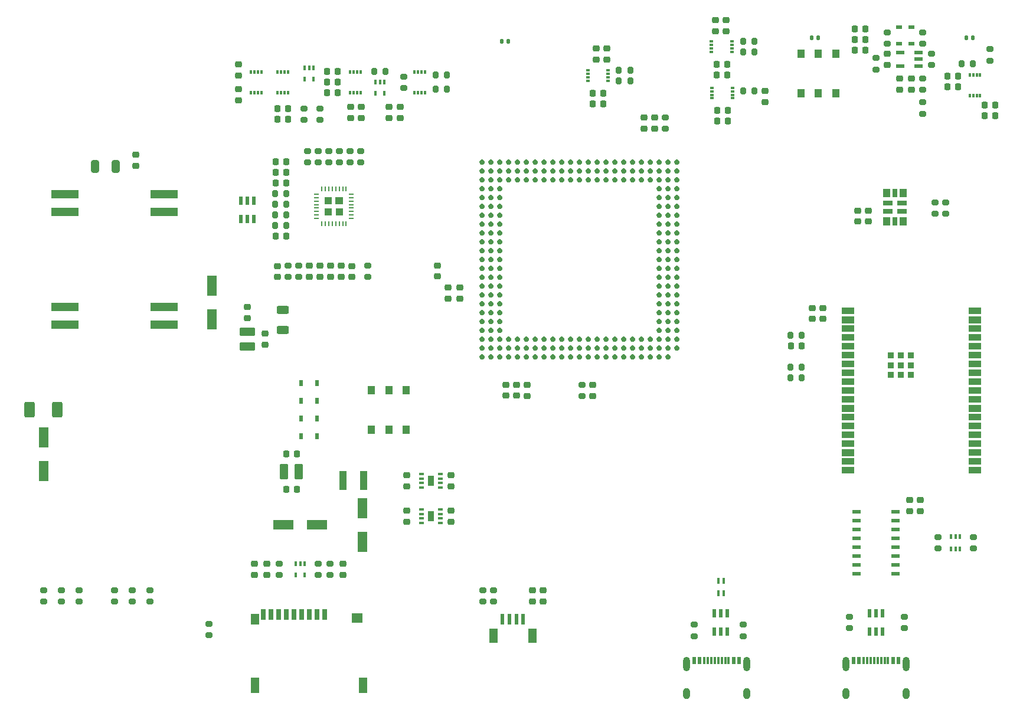
<source format=gtp>
%TF.GenerationSoftware,KiCad,Pcbnew,8.0.5*%
%TF.CreationDate,2024-11-08T12:55:20+00:00*%
%TF.ProjectId,SparkPNT_GNSSDO_panelized,53706172-6b50-44e5-945f-475053444f5f,rev?*%
%TF.SameCoordinates,Original*%
%TF.FileFunction,Paste,Top*%
%TF.FilePolarity,Positive*%
%FSLAX46Y46*%
G04 Gerber Fmt 4.6, Leading zero omitted, Abs format (unit mm)*
G04 Created by KiCad (PCBNEW 8.0.5) date 2024-11-08 12:55:20*
%MOMM*%
%LPD*%
G01*
G04 APERTURE LIST*
G04 Aperture macros list*
%AMRoundRect*
0 Rectangle with rounded corners*
0 $1 Rounding radius*
0 $2 $3 $4 $5 $6 $7 $8 $9 X,Y pos of 4 corners*
0 Add a 4 corners polygon primitive as box body*
4,1,4,$2,$3,$4,$5,$6,$7,$8,$9,$2,$3,0*
0 Add four circle primitives for the rounded corners*
1,1,$1+$1,$2,$3*
1,1,$1+$1,$4,$5*
1,1,$1+$1,$6,$7*
1,1,$1+$1,$8,$9*
0 Add four rect primitives between the rounded corners*
20,1,$1+$1,$2,$3,$4,$5,0*
20,1,$1+$1,$4,$5,$6,$7,0*
20,1,$1+$1,$6,$7,$8,$9,0*
20,1,$1+$1,$8,$9,$2,$3,0*%
G04 Aperture macros list end*
%ADD10C,0.000000*%
%ADD11RoundRect,0.200000X-0.200000X-0.275000X0.200000X-0.275000X0.200000X0.275000X-0.200000X0.275000X0*%
%ADD12RoundRect,0.140000X-0.140000X-0.170000X0.140000X-0.170000X0.140000X0.170000X-0.140000X0.170000X0*%
%ADD13RoundRect,0.225000X-0.250000X0.225000X-0.250000X-0.225000X0.250000X-0.225000X0.250000X0.225000X0*%
%ADD14RoundRect,0.200000X-0.275000X0.200000X-0.275000X-0.200000X0.275000X-0.200000X0.275000X0.200000X0*%
%ADD15R,0.900000X0.900000*%
%ADD16RoundRect,0.225000X0.250000X-0.225000X0.250000X0.225000X-0.250000X0.225000X-0.250000X-0.225000X0*%
%ADD17RoundRect,0.225000X0.225000X0.250000X-0.225000X0.250000X-0.225000X-0.250000X0.225000X-0.250000X0*%
%ADD18R,0.830000X0.630000*%
%ADD19R,1.200000X0.550000*%
%ADD20RoundRect,0.030000X0.120000X-0.245000X0.120000X0.245000X-0.120000X0.245000X-0.120000X-0.245000X0*%
%ADD21RoundRect,0.200000X0.275000X-0.200000X0.275000X0.200000X-0.275000X0.200000X-0.275000X-0.200000X0*%
%ADD22R,0.800000X0.284600*%
%ADD23R,0.284600X0.800000*%
%ADD24RoundRect,0.200000X0.200000X0.275000X-0.200000X0.275000X-0.200000X-0.275000X0.200000X-0.275000X0*%
%ADD25R,0.550000X1.200000*%
%ADD26R,1.400000X3.000000*%
%ADD27RoundRect,0.250000X-0.375000X-0.850000X0.375000X-0.850000X0.375000X0.850000X-0.375000X0.850000X0*%
%ADD28R,1.000000X2.800000*%
%ADD29RoundRect,0.225000X-0.225000X-0.250000X0.225000X-0.250000X0.225000X0.250000X-0.225000X0.250000X0*%
%ADD30RoundRect,0.250000X0.625000X-0.312500X0.625000X0.312500X-0.625000X0.312500X-0.625000X-0.312500X0*%
%ADD31R,1.050000X1.150000*%
%ADD32R,1.350000X0.700000*%
%ADD33R,0.700000X1.150000*%
%ADD34R,0.300000X0.660000*%
%ADD35R,3.000000X1.400000*%
%ADD36RoundRect,0.030000X-0.245000X-0.120000X0.245000X-0.120000X0.245000X0.120000X-0.245000X0.120000X0*%
%ADD37R,0.650000X0.300000*%
%ADD38R,0.700000X1.600000*%
%ADD39R,1.200000X1.600000*%
%ADD40R,1.200000X2.200000*%
%ADD41R,1.600000X1.400000*%
%ADD42R,1.000000X1.150000*%
%ADD43R,0.300000X1.000000*%
%ADD44R,0.600000X1.000000*%
%ADD45O,1.000000X1.600000*%
%ADD46O,1.000000X2.100000*%
%ADD47R,1.200000X0.600000*%
%ADD48R,0.630000X0.830000*%
%ADD49RoundRect,0.250000X-0.850000X0.375000X-0.850000X-0.375000X0.850000X-0.375000X0.850000X0.375000X0*%
%ADD50R,0.300000X0.700000*%
%ADD51RoundRect,0.250000X-0.325000X-0.650000X0.325000X-0.650000X0.325000X0.650000X-0.325000X0.650000X0*%
%ADD52R,0.400000X0.900000*%
%ADD53RoundRect,0.208333X-0.541667X-0.891667X0.541667X-0.891667X0.541667X0.891667X-0.541667X0.891667X0*%
%ADD54R,4.000000X1.250000*%
%ADD55R,0.600000X1.550000*%
%ADD56R,1.200000X2.000000*%
G04 APERTURE END LIST*
D10*
%TO.C,U1*%
G36*
X125145000Y32769000D02*
G01*
X123345000Y32769000D01*
X123345000Y33769000D01*
X125145000Y33769000D01*
X125145000Y32769000D01*
G37*
G36*
X125150000Y55629000D02*
G01*
X123350000Y55629000D01*
X123350000Y56629000D01*
X125150000Y56629000D01*
X125150000Y55629000D01*
G37*
G36*
X125150000Y54354000D02*
G01*
X123350000Y54354000D01*
X123350000Y55354000D01*
X125150000Y55354000D01*
X125150000Y54354000D01*
G37*
G36*
X125150000Y53089000D02*
G01*
X123350000Y53089000D01*
X123350000Y54089000D01*
X125150000Y54089000D01*
X125150000Y53089000D01*
G37*
G36*
X125150000Y51819000D02*
G01*
X123350000Y51819000D01*
X123350000Y52819000D01*
X125150000Y52819000D01*
X125150000Y51819000D01*
G37*
G36*
X125150000Y50554000D02*
G01*
X123350000Y50554000D01*
X123350000Y51554000D01*
X125150000Y51554000D01*
X125150000Y50554000D01*
G37*
G36*
X125150000Y49279000D02*
G01*
X123350000Y49279000D01*
X123350000Y50279000D01*
X125150000Y50279000D01*
X125150000Y49279000D01*
G37*
G36*
X125150000Y48009000D02*
G01*
X123350000Y48009000D01*
X123350000Y49009000D01*
X125150000Y49009000D01*
X125150000Y48009000D01*
G37*
G36*
X125150000Y46739000D02*
G01*
X123350000Y46739000D01*
X123350000Y47739000D01*
X125150000Y47739000D01*
X125150000Y46739000D01*
G37*
G36*
X125150000Y45469000D02*
G01*
X123350000Y45469000D01*
X123350000Y46469000D01*
X125150000Y46469000D01*
X125150000Y45469000D01*
G37*
G36*
X125150000Y44199000D02*
G01*
X123350000Y44199000D01*
X123350000Y45199000D01*
X125150000Y45199000D01*
X125150000Y44199000D01*
G37*
G36*
X125150000Y42929000D02*
G01*
X123350000Y42929000D01*
X123350000Y43929000D01*
X125150000Y43929000D01*
X125150000Y42929000D01*
G37*
G36*
X125150000Y41654000D02*
G01*
X123350000Y41654000D01*
X123350000Y42654000D01*
X125150000Y42654000D01*
X125150000Y41654000D01*
G37*
G36*
X125150000Y40389000D02*
G01*
X123350000Y40389000D01*
X123350000Y41389000D01*
X125150000Y41389000D01*
X125150000Y40389000D01*
G37*
G36*
X125150000Y39119000D02*
G01*
X123350000Y39119000D01*
X123350000Y40119000D01*
X125150000Y40119000D01*
X125150000Y39119000D01*
G37*
G36*
X125150000Y37854000D02*
G01*
X123350000Y37854000D01*
X123350000Y38854000D01*
X125150000Y38854000D01*
X125150000Y37854000D01*
G37*
G36*
X125150000Y36579000D02*
G01*
X123350000Y36579000D01*
X123350000Y37579000D01*
X125150000Y37579000D01*
X125150000Y36579000D01*
G37*
G36*
X125150000Y35304000D02*
G01*
X123350000Y35304000D01*
X123350000Y36304000D01*
X125150000Y36304000D01*
X125150000Y35304000D01*
G37*
G36*
X125150000Y34039000D02*
G01*
X123350000Y34039000D01*
X123350000Y35039000D01*
X125150000Y35039000D01*
X125150000Y34039000D01*
G37*
G36*
X143350000Y55629000D02*
G01*
X141550000Y55629000D01*
X141550000Y56629000D01*
X143350000Y56629000D01*
X143350000Y55629000D01*
G37*
G36*
X143350000Y54354000D02*
G01*
X141550000Y54354000D01*
X141550000Y55354000D01*
X143350000Y55354000D01*
X143350000Y54354000D01*
G37*
G36*
X143350000Y53089000D02*
G01*
X141550000Y53089000D01*
X141550000Y54089000D01*
X143350000Y54089000D01*
X143350000Y53089000D01*
G37*
G36*
X143350000Y51819000D02*
G01*
X141550000Y51819000D01*
X141550000Y52819000D01*
X143350000Y52819000D01*
X143350000Y51819000D01*
G37*
G36*
X143350000Y50554000D02*
G01*
X141550000Y50554000D01*
X141550000Y51554000D01*
X143350000Y51554000D01*
X143350000Y50554000D01*
G37*
G36*
X143350000Y49279000D02*
G01*
X141550000Y49279000D01*
X141550000Y50279000D01*
X143350000Y50279000D01*
X143350000Y49279000D01*
G37*
G36*
X143350000Y48009000D02*
G01*
X141550000Y48009000D01*
X141550000Y49009000D01*
X143350000Y49009000D01*
X143350000Y48009000D01*
G37*
G36*
X143350000Y46739000D02*
G01*
X141550000Y46739000D01*
X141550000Y47739000D01*
X143350000Y47739000D01*
X143350000Y46739000D01*
G37*
G36*
X143350000Y45469000D02*
G01*
X141550000Y45469000D01*
X141550000Y46469000D01*
X143350000Y46469000D01*
X143350000Y45469000D01*
G37*
G36*
X143350000Y44204000D02*
G01*
X141550000Y44204000D01*
X141550000Y45204000D01*
X143350000Y45204000D01*
X143350000Y44204000D01*
G37*
G36*
X143350000Y42929000D02*
G01*
X141550000Y42929000D01*
X141550000Y43929000D01*
X143350000Y43929000D01*
X143350000Y42929000D01*
G37*
G36*
X143350000Y41654000D02*
G01*
X141550000Y41654000D01*
X141550000Y42654000D01*
X143350000Y42654000D01*
X143350000Y41654000D01*
G37*
G36*
X143350000Y40389000D02*
G01*
X141550000Y40389000D01*
X141550000Y41389000D01*
X143350000Y41389000D01*
X143350000Y40389000D01*
G37*
G36*
X143350000Y39119000D02*
G01*
X141550000Y39119000D01*
X141550000Y40119000D01*
X143350000Y40119000D01*
X143350000Y39119000D01*
G37*
G36*
X143350000Y37849000D02*
G01*
X141550000Y37849000D01*
X141550000Y38849000D01*
X143350000Y38849000D01*
X143350000Y37849000D01*
G37*
G36*
X143350000Y36579000D02*
G01*
X141550000Y36579000D01*
X141550000Y37579000D01*
X143350000Y37579000D01*
X143350000Y36579000D01*
G37*
G36*
X143350000Y35309000D02*
G01*
X141550000Y35309000D01*
X141550000Y36309000D01*
X143350000Y36309000D01*
X143350000Y35309000D01*
G37*
G36*
X143350000Y34039000D02*
G01*
X141550000Y34039000D01*
X141550000Y35039000D01*
X143350000Y35039000D01*
X143350000Y34039000D01*
G37*
G36*
X143350000Y32769000D02*
G01*
X141550000Y32769000D01*
X141550000Y33769000D01*
X143350000Y33769000D01*
X143350000Y32769000D01*
G37*
%TO.C,U4*%
G36*
X50246000Y71420000D02*
G01*
X49246000Y71420000D01*
X49246000Y72420000D01*
X50246000Y72420000D01*
X50246000Y71420000D01*
G37*
G36*
X50246000Y69820000D02*
G01*
X49246000Y69820000D01*
X49246000Y70820000D01*
X50246000Y70820000D01*
X50246000Y69820000D01*
G37*
G36*
X51846000Y71420000D02*
G01*
X50746000Y71420000D01*
X50746000Y72420000D01*
X51846000Y72420000D01*
X51846000Y71420000D01*
G37*
G36*
X51846000Y69820000D02*
G01*
X50846000Y69820000D01*
X50846000Y70820000D01*
X51846000Y70820000D01*
X51846000Y69820000D01*
G37*
%TO.C,U2*%
G36*
X71872784Y77832503D02*
G01*
X71979039Y77778364D01*
X72064097Y77693305D01*
X72136321Y77471025D01*
X72117503Y77352216D01*
X72063364Y77245961D01*
X71979039Y77161636D01*
X71872784Y77107497D01*
X71755000Y77088842D01*
X71637216Y77107497D01*
X71530961Y77161636D01*
X71445903Y77246695D01*
X71373679Y77468975D01*
X71392497Y77587784D01*
X71446636Y77694039D01*
X71530961Y77778364D01*
X71637216Y77832503D01*
X71755000Y77851158D01*
X71872784Y77832503D01*
G37*
G36*
X71872784Y76562503D02*
G01*
X71979039Y76508364D01*
X72064097Y76423305D01*
X72136321Y76201025D01*
X72117503Y76082216D01*
X72063364Y75975961D01*
X71979039Y75891636D01*
X71872784Y75837497D01*
X71755000Y75818842D01*
X71637216Y75837497D01*
X71530961Y75891636D01*
X71445903Y75976695D01*
X71373679Y76198975D01*
X71392497Y76317784D01*
X71446636Y76424039D01*
X71530961Y76508364D01*
X71637216Y76562503D01*
X71755000Y76581158D01*
X71872784Y76562503D01*
G37*
G36*
X71872784Y75292503D02*
G01*
X71979039Y75238364D01*
X72064097Y75153305D01*
X72136321Y74931025D01*
X72117503Y74812216D01*
X72063364Y74705961D01*
X71979039Y74621636D01*
X71872784Y74567497D01*
X71755000Y74548842D01*
X71637216Y74567497D01*
X71530961Y74621636D01*
X71445903Y74706695D01*
X71373679Y74928975D01*
X71392497Y75047784D01*
X71446636Y75154039D01*
X71530961Y75238364D01*
X71637216Y75292503D01*
X71755000Y75311158D01*
X71872784Y75292503D01*
G37*
G36*
X71872784Y74022503D02*
G01*
X71979039Y73968364D01*
X72064097Y73883305D01*
X72136321Y73661025D01*
X72117503Y73542216D01*
X72063364Y73435961D01*
X71979039Y73351636D01*
X71872784Y73297497D01*
X71755000Y73278842D01*
X71637216Y73297497D01*
X71530961Y73351636D01*
X71445903Y73436695D01*
X71373679Y73658975D01*
X71392497Y73777784D01*
X71446636Y73884039D01*
X71530961Y73968364D01*
X71637216Y74022503D01*
X71755000Y74041158D01*
X71872784Y74022503D01*
G37*
G36*
X71872784Y72752503D02*
G01*
X71979039Y72698364D01*
X72064097Y72613305D01*
X72136321Y72391025D01*
X72117503Y72272216D01*
X72063364Y72165961D01*
X71979039Y72081636D01*
X71872784Y72027497D01*
X71755000Y72008842D01*
X71637216Y72027497D01*
X71530961Y72081636D01*
X71445903Y72166695D01*
X71373679Y72388975D01*
X71392497Y72507784D01*
X71446636Y72614039D01*
X71530961Y72698364D01*
X71637216Y72752503D01*
X71755000Y72771158D01*
X71872784Y72752503D01*
G37*
G36*
X71872784Y71482503D02*
G01*
X71979039Y71428364D01*
X72064097Y71343305D01*
X72136321Y71121025D01*
X72117503Y71002216D01*
X72063364Y70895961D01*
X71979039Y70811636D01*
X71872784Y70757497D01*
X71755000Y70738842D01*
X71637216Y70757497D01*
X71530961Y70811636D01*
X71445903Y70896695D01*
X71373679Y71118975D01*
X71392497Y71237784D01*
X71446636Y71344039D01*
X71530961Y71428364D01*
X71637216Y71482503D01*
X71755000Y71501158D01*
X71872784Y71482503D01*
G37*
G36*
X71872784Y70212503D02*
G01*
X71979039Y70158364D01*
X72064097Y70073305D01*
X72136321Y69851025D01*
X72117503Y69732216D01*
X72063364Y69625961D01*
X71979039Y69541636D01*
X71872784Y69487497D01*
X71755000Y69468842D01*
X71637216Y69487497D01*
X71530961Y69541636D01*
X71445903Y69626695D01*
X71373679Y69848975D01*
X71392497Y69967784D01*
X71446636Y70074039D01*
X71530961Y70158364D01*
X71637216Y70212503D01*
X71755000Y70231158D01*
X71872784Y70212503D01*
G37*
G36*
X71872784Y68942503D02*
G01*
X71979039Y68888364D01*
X72064097Y68803305D01*
X72136321Y68581025D01*
X72117503Y68462216D01*
X72063364Y68355961D01*
X71979039Y68271636D01*
X71872784Y68217497D01*
X71755000Y68198842D01*
X71637216Y68217497D01*
X71530961Y68271636D01*
X71445903Y68356695D01*
X71373679Y68578975D01*
X71392497Y68697784D01*
X71446636Y68804039D01*
X71530961Y68888364D01*
X71637216Y68942503D01*
X71755000Y68961158D01*
X71872784Y68942503D01*
G37*
G36*
X71872784Y67672503D02*
G01*
X71979039Y67618364D01*
X72064097Y67533305D01*
X72136321Y67311025D01*
X72117503Y67192216D01*
X72063364Y67085961D01*
X71979039Y67001636D01*
X71872784Y66947497D01*
X71755000Y66928842D01*
X71637216Y66947497D01*
X71530961Y67001636D01*
X71445903Y67086695D01*
X71373679Y67308975D01*
X71392497Y67427784D01*
X71446636Y67534039D01*
X71530961Y67618364D01*
X71637216Y67672503D01*
X71755000Y67691158D01*
X71872784Y67672503D01*
G37*
G36*
X71872784Y66402503D02*
G01*
X71979039Y66348364D01*
X72064097Y66263305D01*
X72136321Y66041025D01*
X72117503Y65922216D01*
X72063364Y65815961D01*
X71979039Y65731636D01*
X71872784Y65677497D01*
X71755000Y65658842D01*
X71637216Y65677497D01*
X71530961Y65731636D01*
X71445903Y65816695D01*
X71373679Y66038975D01*
X71392497Y66157784D01*
X71446636Y66264039D01*
X71530961Y66348364D01*
X71637216Y66402503D01*
X71755000Y66421158D01*
X71872784Y66402503D01*
G37*
G36*
X71872784Y65132503D02*
G01*
X71979039Y65078364D01*
X72064097Y64993305D01*
X72136321Y64771025D01*
X72117503Y64652216D01*
X72063364Y64545961D01*
X71979039Y64461636D01*
X71872784Y64407497D01*
X71755000Y64388842D01*
X71637216Y64407497D01*
X71530961Y64461636D01*
X71445903Y64546695D01*
X71373679Y64768975D01*
X71392497Y64887784D01*
X71446636Y64994039D01*
X71530961Y65078364D01*
X71637216Y65132503D01*
X71755000Y65151158D01*
X71872784Y65132503D01*
G37*
G36*
X71872784Y63862503D02*
G01*
X71979039Y63808364D01*
X72064097Y63723305D01*
X72136321Y63501025D01*
X72117503Y63382216D01*
X72063364Y63275961D01*
X71979039Y63191636D01*
X71872784Y63137497D01*
X71755000Y63118842D01*
X71637216Y63137497D01*
X71530961Y63191636D01*
X71445903Y63276695D01*
X71373679Y63498975D01*
X71392497Y63617784D01*
X71446636Y63724039D01*
X71530961Y63808364D01*
X71637216Y63862503D01*
X71755000Y63881158D01*
X71872784Y63862503D01*
G37*
G36*
X71872784Y62592503D02*
G01*
X71979039Y62538364D01*
X72064097Y62453305D01*
X72136321Y62231025D01*
X72117503Y62112216D01*
X72063364Y62005961D01*
X71979039Y61921636D01*
X71872784Y61867497D01*
X71755000Y61848842D01*
X71637216Y61867497D01*
X71530961Y61921636D01*
X71445903Y62006695D01*
X71373679Y62228975D01*
X71392497Y62347784D01*
X71446636Y62454039D01*
X71530961Y62538364D01*
X71637216Y62592503D01*
X71755000Y62611158D01*
X71872784Y62592503D01*
G37*
G36*
X71872784Y61322503D02*
G01*
X71979039Y61268364D01*
X72064097Y61183305D01*
X72136321Y60961025D01*
X72117503Y60842216D01*
X72063364Y60735961D01*
X71979039Y60651636D01*
X71872784Y60597497D01*
X71755000Y60578842D01*
X71637216Y60597497D01*
X71530961Y60651636D01*
X71445903Y60736695D01*
X71373679Y60958975D01*
X71392497Y61077784D01*
X71446636Y61184039D01*
X71530961Y61268364D01*
X71637216Y61322503D01*
X71755000Y61341158D01*
X71872784Y61322503D01*
G37*
G36*
X71872784Y60052503D02*
G01*
X71979039Y59998364D01*
X72064097Y59913305D01*
X72136321Y59691025D01*
X72117503Y59572216D01*
X72063364Y59465961D01*
X71979039Y59381636D01*
X71872784Y59327497D01*
X71755000Y59308842D01*
X71637216Y59327497D01*
X71530961Y59381636D01*
X71445903Y59466695D01*
X71373679Y59688975D01*
X71392497Y59807784D01*
X71446636Y59914039D01*
X71530961Y59998364D01*
X71637216Y60052503D01*
X71755000Y60071158D01*
X71872784Y60052503D01*
G37*
G36*
X71872784Y58782503D02*
G01*
X71979039Y58728364D01*
X72064097Y58643305D01*
X72136321Y58421025D01*
X72117503Y58302216D01*
X72063364Y58195961D01*
X71979039Y58111636D01*
X71872784Y58057497D01*
X71755000Y58038842D01*
X71637216Y58057497D01*
X71530961Y58111636D01*
X71445903Y58196695D01*
X71373679Y58418975D01*
X71392497Y58537784D01*
X71446636Y58644039D01*
X71530961Y58728364D01*
X71637216Y58782503D01*
X71755000Y58801158D01*
X71872784Y58782503D01*
G37*
G36*
X71872784Y57512503D02*
G01*
X71979039Y57458364D01*
X72064097Y57373305D01*
X72136321Y57151025D01*
X72117503Y57032216D01*
X72063364Y56925961D01*
X71979039Y56841636D01*
X71872784Y56787497D01*
X71755000Y56768842D01*
X71637216Y56787497D01*
X71530961Y56841636D01*
X71445903Y56926695D01*
X71373679Y57148975D01*
X71392497Y57267784D01*
X71446636Y57374039D01*
X71530961Y57458364D01*
X71637216Y57512503D01*
X71755000Y57531158D01*
X71872784Y57512503D01*
G37*
G36*
X71872784Y56242503D02*
G01*
X71979039Y56188364D01*
X72064097Y56103305D01*
X72136321Y55881025D01*
X72117503Y55762216D01*
X72063364Y55655961D01*
X71979039Y55571636D01*
X71872784Y55517497D01*
X71755000Y55498842D01*
X71637216Y55517497D01*
X71530961Y55571636D01*
X71445903Y55656695D01*
X71373679Y55878975D01*
X71392497Y55997784D01*
X71446636Y56104039D01*
X71530961Y56188364D01*
X71637216Y56242503D01*
X71755000Y56261158D01*
X71872784Y56242503D01*
G37*
G36*
X71872784Y54972503D02*
G01*
X71979039Y54918364D01*
X72064097Y54833305D01*
X72136321Y54611025D01*
X72117503Y54492216D01*
X72063364Y54385961D01*
X71979039Y54301636D01*
X71872784Y54247497D01*
X71755000Y54228842D01*
X71637216Y54247497D01*
X71530961Y54301636D01*
X71445903Y54386695D01*
X71373679Y54608975D01*
X71392497Y54727784D01*
X71446636Y54834039D01*
X71530961Y54918364D01*
X71637216Y54972503D01*
X71755000Y54991158D01*
X71872784Y54972503D01*
G37*
G36*
X71872784Y53702503D02*
G01*
X71979039Y53648364D01*
X72064097Y53563305D01*
X72136321Y53341025D01*
X72117503Y53222216D01*
X72063364Y53115961D01*
X71979039Y53031636D01*
X71872784Y52977497D01*
X71755000Y52958842D01*
X71637216Y52977497D01*
X71530961Y53031636D01*
X71445903Y53116695D01*
X71373679Y53338975D01*
X71392497Y53457784D01*
X71446636Y53564039D01*
X71530961Y53648364D01*
X71637216Y53702503D01*
X71755000Y53721158D01*
X71872784Y53702503D01*
G37*
G36*
X71872784Y52432503D02*
G01*
X71979039Y52378364D01*
X72064097Y52293305D01*
X72136321Y52071025D01*
X72117503Y51952216D01*
X72063364Y51845961D01*
X71979039Y51761636D01*
X71872784Y51707497D01*
X71755000Y51688842D01*
X71637216Y51707497D01*
X71530961Y51761636D01*
X71445903Y51846695D01*
X71373679Y52068975D01*
X71392497Y52187784D01*
X71446636Y52294039D01*
X71530961Y52378364D01*
X71637216Y52432503D01*
X71755000Y52451158D01*
X71872784Y52432503D01*
G37*
G36*
X71872784Y51162503D02*
G01*
X71979039Y51108364D01*
X72064097Y51023305D01*
X72136321Y50801025D01*
X72117503Y50682216D01*
X72063364Y50575961D01*
X71979039Y50491636D01*
X71872784Y50437497D01*
X71755000Y50418842D01*
X71637216Y50437497D01*
X71530961Y50491636D01*
X71445903Y50576695D01*
X71373679Y50798975D01*
X71392497Y50917784D01*
X71446636Y51024039D01*
X71530961Y51108364D01*
X71637216Y51162503D01*
X71755000Y51181158D01*
X71872784Y51162503D01*
G37*
G36*
X71872784Y49892503D02*
G01*
X71979039Y49838364D01*
X72064097Y49753305D01*
X72136321Y49531025D01*
X72117503Y49412216D01*
X72063364Y49305961D01*
X71979039Y49221636D01*
X71872784Y49167497D01*
X71755000Y49148842D01*
X71637216Y49167497D01*
X71530961Y49221636D01*
X71445903Y49306695D01*
X71373679Y49528975D01*
X71392497Y49647784D01*
X71446636Y49754039D01*
X71530961Y49838364D01*
X71637216Y49892503D01*
X71755000Y49911158D01*
X71872784Y49892503D01*
G37*
G36*
X73142784Y77832503D02*
G01*
X73249039Y77778364D01*
X73334097Y77693305D01*
X73406321Y77471025D01*
X73387503Y77352216D01*
X73333364Y77245961D01*
X73249039Y77161636D01*
X73142784Y77107497D01*
X73025000Y77088842D01*
X72907216Y77107497D01*
X72800961Y77161636D01*
X72715903Y77246695D01*
X72643679Y77468975D01*
X72662497Y77587784D01*
X72716636Y77694039D01*
X72800961Y77778364D01*
X72907216Y77832503D01*
X73025000Y77851158D01*
X73142784Y77832503D01*
G37*
G36*
X73142784Y76562503D02*
G01*
X73249039Y76508364D01*
X73334097Y76423305D01*
X73406321Y76201025D01*
X73387503Y76082216D01*
X73333364Y75975961D01*
X73249039Y75891636D01*
X73142784Y75837497D01*
X73025000Y75818842D01*
X72907216Y75837497D01*
X72800961Y75891636D01*
X72715903Y75976695D01*
X72643679Y76198975D01*
X72662497Y76317784D01*
X72716636Y76424039D01*
X72800961Y76508364D01*
X72907216Y76562503D01*
X73025000Y76581158D01*
X73142784Y76562503D01*
G37*
G36*
X73142784Y75292503D02*
G01*
X73249039Y75238364D01*
X73334097Y75153305D01*
X73406321Y74931025D01*
X73387503Y74812216D01*
X73333364Y74705961D01*
X73249039Y74621636D01*
X73142784Y74567497D01*
X73025000Y74548842D01*
X72907216Y74567497D01*
X72800961Y74621636D01*
X72715903Y74706695D01*
X72643679Y74928975D01*
X72662497Y75047784D01*
X72716636Y75154039D01*
X72800961Y75238364D01*
X72907216Y75292503D01*
X73025000Y75311158D01*
X73142784Y75292503D01*
G37*
G36*
X73142784Y74022503D02*
G01*
X73249039Y73968364D01*
X73334097Y73883305D01*
X73406321Y73661025D01*
X73387503Y73542216D01*
X73333364Y73435961D01*
X73249039Y73351636D01*
X73142784Y73297497D01*
X73025000Y73278842D01*
X72907216Y73297497D01*
X72800961Y73351636D01*
X72715903Y73436695D01*
X72643679Y73658975D01*
X72662497Y73777784D01*
X72716636Y73884039D01*
X72800961Y73968364D01*
X72907216Y74022503D01*
X73025000Y74041158D01*
X73142784Y74022503D01*
G37*
G36*
X73142784Y72752503D02*
G01*
X73249039Y72698364D01*
X73334097Y72613305D01*
X73406321Y72391025D01*
X73387503Y72272216D01*
X73333364Y72165961D01*
X73249039Y72081636D01*
X73142784Y72027497D01*
X73025000Y72008842D01*
X72907216Y72027497D01*
X72800961Y72081636D01*
X72715903Y72166695D01*
X72643679Y72388975D01*
X72662497Y72507784D01*
X72716636Y72614039D01*
X72800961Y72698364D01*
X72907216Y72752503D01*
X73025000Y72771158D01*
X73142784Y72752503D01*
G37*
G36*
X73142784Y71482503D02*
G01*
X73249039Y71428364D01*
X73334097Y71343305D01*
X73406321Y71121025D01*
X73387503Y71002216D01*
X73333364Y70895961D01*
X73249039Y70811636D01*
X73142784Y70757497D01*
X73025000Y70738842D01*
X72907216Y70757497D01*
X72800961Y70811636D01*
X72715903Y70896695D01*
X72643679Y71118975D01*
X72662497Y71237784D01*
X72716636Y71344039D01*
X72800961Y71428364D01*
X72907216Y71482503D01*
X73025000Y71501158D01*
X73142784Y71482503D01*
G37*
G36*
X73142784Y70212503D02*
G01*
X73249039Y70158364D01*
X73334097Y70073305D01*
X73406321Y69851025D01*
X73387503Y69732216D01*
X73333364Y69625961D01*
X73249039Y69541636D01*
X73142784Y69487497D01*
X73025000Y69468842D01*
X72907216Y69487497D01*
X72800961Y69541636D01*
X72715903Y69626695D01*
X72643679Y69848975D01*
X72662497Y69967784D01*
X72716636Y70074039D01*
X72800961Y70158364D01*
X72907216Y70212503D01*
X73025000Y70231158D01*
X73142784Y70212503D01*
G37*
G36*
X73142784Y68942503D02*
G01*
X73249039Y68888364D01*
X73334097Y68803305D01*
X73406321Y68581025D01*
X73387503Y68462216D01*
X73333364Y68355961D01*
X73249039Y68271636D01*
X73142784Y68217497D01*
X73025000Y68198842D01*
X72907216Y68217497D01*
X72800961Y68271636D01*
X72715903Y68356695D01*
X72643679Y68578975D01*
X72662497Y68697784D01*
X72716636Y68804039D01*
X72800961Y68888364D01*
X72907216Y68942503D01*
X73025000Y68961158D01*
X73142784Y68942503D01*
G37*
G36*
X73142784Y67672503D02*
G01*
X73249039Y67618364D01*
X73334097Y67533305D01*
X73406321Y67311025D01*
X73387503Y67192216D01*
X73333364Y67085961D01*
X73249039Y67001636D01*
X73142784Y66947497D01*
X73025000Y66928842D01*
X72907216Y66947497D01*
X72800961Y67001636D01*
X72715903Y67086695D01*
X72643679Y67308975D01*
X72662497Y67427784D01*
X72716636Y67534039D01*
X72800961Y67618364D01*
X72907216Y67672503D01*
X73025000Y67691158D01*
X73142784Y67672503D01*
G37*
G36*
X73142784Y66402503D02*
G01*
X73249039Y66348364D01*
X73334097Y66263305D01*
X73406321Y66041025D01*
X73387503Y65922216D01*
X73333364Y65815961D01*
X73249039Y65731636D01*
X73142784Y65677497D01*
X73025000Y65658842D01*
X72907216Y65677497D01*
X72800961Y65731636D01*
X72715903Y65816695D01*
X72643679Y66038975D01*
X72662497Y66157784D01*
X72716636Y66264039D01*
X72800961Y66348364D01*
X72907216Y66402503D01*
X73025000Y66421158D01*
X73142784Y66402503D01*
G37*
G36*
X73142784Y65132503D02*
G01*
X73249039Y65078364D01*
X73334097Y64993305D01*
X73406321Y64771025D01*
X73387503Y64652216D01*
X73333364Y64545961D01*
X73249039Y64461636D01*
X73142784Y64407497D01*
X73025000Y64388842D01*
X72907216Y64407497D01*
X72800961Y64461636D01*
X72715903Y64546695D01*
X72643679Y64768975D01*
X72662497Y64887784D01*
X72716636Y64994039D01*
X72800961Y65078364D01*
X72907216Y65132503D01*
X73025000Y65151158D01*
X73142784Y65132503D01*
G37*
G36*
X73142784Y63862503D02*
G01*
X73249039Y63808364D01*
X73334097Y63723305D01*
X73406321Y63501025D01*
X73387503Y63382216D01*
X73333364Y63275961D01*
X73249039Y63191636D01*
X73142784Y63137497D01*
X73025000Y63118842D01*
X72907216Y63137497D01*
X72800961Y63191636D01*
X72715903Y63276695D01*
X72643679Y63498975D01*
X72662497Y63617784D01*
X72716636Y63724039D01*
X72800961Y63808364D01*
X72907216Y63862503D01*
X73025000Y63881158D01*
X73142784Y63862503D01*
G37*
G36*
X73142784Y62592503D02*
G01*
X73249039Y62538364D01*
X73334097Y62453305D01*
X73406321Y62231025D01*
X73387503Y62112216D01*
X73333364Y62005961D01*
X73249039Y61921636D01*
X73142784Y61867497D01*
X73025000Y61848842D01*
X72907216Y61867497D01*
X72800961Y61921636D01*
X72715903Y62006695D01*
X72643679Y62228975D01*
X72662497Y62347784D01*
X72716636Y62454039D01*
X72800961Y62538364D01*
X72907216Y62592503D01*
X73025000Y62611158D01*
X73142784Y62592503D01*
G37*
G36*
X73142784Y61322503D02*
G01*
X73249039Y61268364D01*
X73334097Y61183305D01*
X73406321Y60961025D01*
X73387503Y60842216D01*
X73333364Y60735961D01*
X73249039Y60651636D01*
X73142784Y60597497D01*
X73025000Y60578842D01*
X72907216Y60597497D01*
X72800961Y60651636D01*
X72715903Y60736695D01*
X72643679Y60958975D01*
X72662497Y61077784D01*
X72716636Y61184039D01*
X72800961Y61268364D01*
X72907216Y61322503D01*
X73025000Y61341158D01*
X73142784Y61322503D01*
G37*
G36*
X73142784Y60052503D02*
G01*
X73249039Y59998364D01*
X73334097Y59913305D01*
X73406321Y59691025D01*
X73387503Y59572216D01*
X73333364Y59465961D01*
X73249039Y59381636D01*
X73142784Y59327497D01*
X73025000Y59308842D01*
X72907216Y59327497D01*
X72800961Y59381636D01*
X72715903Y59466695D01*
X72643679Y59688975D01*
X72662497Y59807784D01*
X72716636Y59914039D01*
X72800961Y59998364D01*
X72907216Y60052503D01*
X73025000Y60071158D01*
X73142784Y60052503D01*
G37*
G36*
X73142784Y58782503D02*
G01*
X73249039Y58728364D01*
X73334097Y58643305D01*
X73406321Y58421025D01*
X73387503Y58302216D01*
X73333364Y58195961D01*
X73249039Y58111636D01*
X73142784Y58057497D01*
X73025000Y58038842D01*
X72907216Y58057497D01*
X72800961Y58111636D01*
X72715903Y58196695D01*
X72643679Y58418975D01*
X72662497Y58537784D01*
X72716636Y58644039D01*
X72800961Y58728364D01*
X72907216Y58782503D01*
X73025000Y58801158D01*
X73142784Y58782503D01*
G37*
G36*
X73142784Y57512503D02*
G01*
X73249039Y57458364D01*
X73334097Y57373305D01*
X73406321Y57151025D01*
X73387503Y57032216D01*
X73333364Y56925961D01*
X73249039Y56841636D01*
X73142784Y56787497D01*
X73025000Y56768842D01*
X72907216Y56787497D01*
X72800961Y56841636D01*
X72715903Y56926695D01*
X72643679Y57148975D01*
X72662497Y57267784D01*
X72716636Y57374039D01*
X72800961Y57458364D01*
X72907216Y57512503D01*
X73025000Y57531158D01*
X73142784Y57512503D01*
G37*
G36*
X73142784Y56242503D02*
G01*
X73249039Y56188364D01*
X73334097Y56103305D01*
X73406321Y55881025D01*
X73387503Y55762216D01*
X73333364Y55655961D01*
X73249039Y55571636D01*
X73142784Y55517497D01*
X73025000Y55498842D01*
X72907216Y55517497D01*
X72800961Y55571636D01*
X72715903Y55656695D01*
X72643679Y55878975D01*
X72662497Y55997784D01*
X72716636Y56104039D01*
X72800961Y56188364D01*
X72907216Y56242503D01*
X73025000Y56261158D01*
X73142784Y56242503D01*
G37*
G36*
X73142784Y54972503D02*
G01*
X73249039Y54918364D01*
X73334097Y54833305D01*
X73406321Y54611025D01*
X73387503Y54492216D01*
X73333364Y54385961D01*
X73249039Y54301636D01*
X73142784Y54247497D01*
X73025000Y54228842D01*
X72907216Y54247497D01*
X72800961Y54301636D01*
X72715903Y54386695D01*
X72643679Y54608975D01*
X72662497Y54727784D01*
X72716636Y54834039D01*
X72800961Y54918364D01*
X72907216Y54972503D01*
X73025000Y54991158D01*
X73142784Y54972503D01*
G37*
G36*
X73142784Y53702503D02*
G01*
X73249039Y53648364D01*
X73334097Y53563305D01*
X73406321Y53341025D01*
X73387503Y53222216D01*
X73333364Y53115961D01*
X73249039Y53031636D01*
X73142784Y52977497D01*
X73025000Y52958842D01*
X72907216Y52977497D01*
X72800961Y53031636D01*
X72715903Y53116695D01*
X72643679Y53338975D01*
X72662497Y53457784D01*
X72716636Y53564039D01*
X72800961Y53648364D01*
X72907216Y53702503D01*
X73025000Y53721158D01*
X73142784Y53702503D01*
G37*
G36*
X73142784Y52432503D02*
G01*
X73249039Y52378364D01*
X73334097Y52293305D01*
X73406321Y52071025D01*
X73387503Y51952216D01*
X73333364Y51845961D01*
X73249039Y51761636D01*
X73142784Y51707497D01*
X73025000Y51688842D01*
X72907216Y51707497D01*
X72800961Y51761636D01*
X72715903Y51846695D01*
X72643679Y52068975D01*
X72662497Y52187784D01*
X72716636Y52294039D01*
X72800961Y52378364D01*
X72907216Y52432503D01*
X73025000Y52451158D01*
X73142784Y52432503D01*
G37*
G36*
X73142784Y51162503D02*
G01*
X73249039Y51108364D01*
X73334097Y51023305D01*
X73406321Y50801025D01*
X73387503Y50682216D01*
X73333364Y50575961D01*
X73249039Y50491636D01*
X73142784Y50437497D01*
X73025000Y50418842D01*
X72907216Y50437497D01*
X72800961Y50491636D01*
X72715903Y50576695D01*
X72643679Y50798975D01*
X72662497Y50917784D01*
X72716636Y51024039D01*
X72800961Y51108364D01*
X72907216Y51162503D01*
X73025000Y51181158D01*
X73142784Y51162503D01*
G37*
G36*
X73142784Y49892503D02*
G01*
X73249039Y49838364D01*
X73334097Y49753305D01*
X73406321Y49531025D01*
X73387503Y49412216D01*
X73333364Y49305961D01*
X73249039Y49221636D01*
X73142784Y49167497D01*
X73025000Y49148842D01*
X72907216Y49167497D01*
X72800961Y49221636D01*
X72715903Y49306695D01*
X72643679Y49528975D01*
X72662497Y49647784D01*
X72716636Y49754039D01*
X72800961Y49838364D01*
X72907216Y49892503D01*
X73025000Y49911158D01*
X73142784Y49892503D01*
G37*
G36*
X74412784Y77832503D02*
G01*
X74519039Y77778364D01*
X74604097Y77693305D01*
X74676321Y77471025D01*
X74657503Y77352216D01*
X74603364Y77245961D01*
X74519039Y77161636D01*
X74412784Y77107497D01*
X74295000Y77088842D01*
X74177216Y77107497D01*
X74070961Y77161636D01*
X73985903Y77246695D01*
X73913679Y77468975D01*
X73932497Y77587784D01*
X73986636Y77694039D01*
X74070961Y77778364D01*
X74177216Y77832503D01*
X74295000Y77851158D01*
X74412784Y77832503D01*
G37*
G36*
X74412784Y76562503D02*
G01*
X74519039Y76508364D01*
X74604097Y76423305D01*
X74676321Y76201025D01*
X74657503Y76082216D01*
X74603364Y75975961D01*
X74519039Y75891636D01*
X74412784Y75837497D01*
X74295000Y75818842D01*
X74177216Y75837497D01*
X74070961Y75891636D01*
X73985903Y75976695D01*
X73913679Y76198975D01*
X73932497Y76317784D01*
X73986636Y76424039D01*
X74070961Y76508364D01*
X74177216Y76562503D01*
X74295000Y76581158D01*
X74412784Y76562503D01*
G37*
G36*
X74412784Y75292503D02*
G01*
X74519039Y75238364D01*
X74604097Y75153305D01*
X74676321Y74931025D01*
X74657503Y74812216D01*
X74603364Y74705961D01*
X74519039Y74621636D01*
X74412784Y74567497D01*
X74295000Y74548842D01*
X74177216Y74567497D01*
X74070961Y74621636D01*
X73985903Y74706695D01*
X73913679Y74928975D01*
X73932497Y75047784D01*
X73986636Y75154039D01*
X74070961Y75238364D01*
X74177216Y75292503D01*
X74295000Y75311158D01*
X74412784Y75292503D01*
G37*
G36*
X74412784Y74022503D02*
G01*
X74519039Y73968364D01*
X74604097Y73883305D01*
X74676321Y73661025D01*
X74657503Y73542216D01*
X74603364Y73435961D01*
X74519039Y73351636D01*
X74412784Y73297497D01*
X74295000Y73278842D01*
X74177216Y73297497D01*
X74070961Y73351636D01*
X73985903Y73436695D01*
X73913679Y73658975D01*
X73932497Y73777784D01*
X73986636Y73884039D01*
X74070961Y73968364D01*
X74177216Y74022503D01*
X74295000Y74041158D01*
X74412784Y74022503D01*
G37*
G36*
X74412784Y72752503D02*
G01*
X74519039Y72698364D01*
X74604097Y72613305D01*
X74676321Y72391025D01*
X74657503Y72272216D01*
X74603364Y72165961D01*
X74519039Y72081636D01*
X74412784Y72027497D01*
X74295000Y72008842D01*
X74177216Y72027497D01*
X74070961Y72081636D01*
X73985903Y72166695D01*
X73913679Y72388975D01*
X73932497Y72507784D01*
X73986636Y72614039D01*
X74070961Y72698364D01*
X74177216Y72752503D01*
X74295000Y72771158D01*
X74412784Y72752503D01*
G37*
G36*
X74412784Y71482503D02*
G01*
X74519039Y71428364D01*
X74604097Y71343305D01*
X74676321Y71121025D01*
X74657503Y71002216D01*
X74603364Y70895961D01*
X74519039Y70811636D01*
X74412784Y70757497D01*
X74295000Y70738842D01*
X74177216Y70757497D01*
X74070961Y70811636D01*
X73985903Y70896695D01*
X73913679Y71118975D01*
X73932497Y71237784D01*
X73986636Y71344039D01*
X74070961Y71428364D01*
X74177216Y71482503D01*
X74295000Y71501158D01*
X74412784Y71482503D01*
G37*
G36*
X74412784Y70212503D02*
G01*
X74519039Y70158364D01*
X74604097Y70073305D01*
X74676321Y69851025D01*
X74657503Y69732216D01*
X74603364Y69625961D01*
X74519039Y69541636D01*
X74412784Y69487497D01*
X74295000Y69468842D01*
X74177216Y69487497D01*
X74070961Y69541636D01*
X73985903Y69626695D01*
X73913679Y69848975D01*
X73932497Y69967784D01*
X73986636Y70074039D01*
X74070961Y70158364D01*
X74177216Y70212503D01*
X74295000Y70231158D01*
X74412784Y70212503D01*
G37*
G36*
X74412784Y68942503D02*
G01*
X74519039Y68888364D01*
X74604097Y68803305D01*
X74676321Y68581025D01*
X74657503Y68462216D01*
X74603364Y68355961D01*
X74519039Y68271636D01*
X74412784Y68217497D01*
X74295000Y68198842D01*
X74177216Y68217497D01*
X74070961Y68271636D01*
X73985903Y68356695D01*
X73913679Y68578975D01*
X73932497Y68697784D01*
X73986636Y68804039D01*
X74070961Y68888364D01*
X74177216Y68942503D01*
X74295000Y68961158D01*
X74412784Y68942503D01*
G37*
G36*
X74412784Y67672503D02*
G01*
X74519039Y67618364D01*
X74604097Y67533305D01*
X74676321Y67311025D01*
X74657503Y67192216D01*
X74603364Y67085961D01*
X74519039Y67001636D01*
X74412784Y66947497D01*
X74295000Y66928842D01*
X74177216Y66947497D01*
X74070961Y67001636D01*
X73985903Y67086695D01*
X73913679Y67308975D01*
X73932497Y67427784D01*
X73986636Y67534039D01*
X74070961Y67618364D01*
X74177216Y67672503D01*
X74295000Y67691158D01*
X74412784Y67672503D01*
G37*
G36*
X74412784Y66402503D02*
G01*
X74519039Y66348364D01*
X74604097Y66263305D01*
X74676321Y66041025D01*
X74657503Y65922216D01*
X74603364Y65815961D01*
X74519039Y65731636D01*
X74412784Y65677497D01*
X74295000Y65658842D01*
X74177216Y65677497D01*
X74070961Y65731636D01*
X73985903Y65816695D01*
X73913679Y66038975D01*
X73932497Y66157784D01*
X73986636Y66264039D01*
X74070961Y66348364D01*
X74177216Y66402503D01*
X74295000Y66421158D01*
X74412784Y66402503D01*
G37*
G36*
X74412784Y65132503D02*
G01*
X74519039Y65078364D01*
X74604097Y64993305D01*
X74676321Y64771025D01*
X74657503Y64652216D01*
X74603364Y64545961D01*
X74519039Y64461636D01*
X74412784Y64407497D01*
X74295000Y64388842D01*
X74177216Y64407497D01*
X74070961Y64461636D01*
X73985903Y64546695D01*
X73913679Y64768975D01*
X73932497Y64887784D01*
X73986636Y64994039D01*
X74070961Y65078364D01*
X74177216Y65132503D01*
X74295000Y65151158D01*
X74412784Y65132503D01*
G37*
G36*
X74412784Y63862503D02*
G01*
X74519039Y63808364D01*
X74604097Y63723305D01*
X74676321Y63501025D01*
X74657503Y63382216D01*
X74603364Y63275961D01*
X74519039Y63191636D01*
X74412784Y63137497D01*
X74295000Y63118842D01*
X74177216Y63137497D01*
X74070961Y63191636D01*
X73985903Y63276695D01*
X73913679Y63498975D01*
X73932497Y63617784D01*
X73986636Y63724039D01*
X74070961Y63808364D01*
X74177216Y63862503D01*
X74295000Y63881158D01*
X74412784Y63862503D01*
G37*
G36*
X74412784Y62592503D02*
G01*
X74519039Y62538364D01*
X74604097Y62453305D01*
X74676321Y62231025D01*
X74657503Y62112216D01*
X74603364Y62005961D01*
X74519039Y61921636D01*
X74412784Y61867497D01*
X74295000Y61848842D01*
X74177216Y61867497D01*
X74070961Y61921636D01*
X73985903Y62006695D01*
X73913679Y62228975D01*
X73932497Y62347784D01*
X73986636Y62454039D01*
X74070961Y62538364D01*
X74177216Y62592503D01*
X74295000Y62611158D01*
X74412784Y62592503D01*
G37*
G36*
X74412784Y61322503D02*
G01*
X74519039Y61268364D01*
X74604097Y61183305D01*
X74676321Y60961025D01*
X74657503Y60842216D01*
X74603364Y60735961D01*
X74519039Y60651636D01*
X74412784Y60597497D01*
X74295000Y60578842D01*
X74177216Y60597497D01*
X74070961Y60651636D01*
X73985903Y60736695D01*
X73913679Y60958975D01*
X73932497Y61077784D01*
X73986636Y61184039D01*
X74070961Y61268364D01*
X74177216Y61322503D01*
X74295000Y61341158D01*
X74412784Y61322503D01*
G37*
G36*
X74412784Y60052503D02*
G01*
X74519039Y59998364D01*
X74604097Y59913305D01*
X74676321Y59691025D01*
X74657503Y59572216D01*
X74603364Y59465961D01*
X74519039Y59381636D01*
X74412784Y59327497D01*
X74295000Y59308842D01*
X74177216Y59327497D01*
X74070961Y59381636D01*
X73985903Y59466695D01*
X73913679Y59688975D01*
X73932497Y59807784D01*
X73986636Y59914039D01*
X74070961Y59998364D01*
X74177216Y60052503D01*
X74295000Y60071158D01*
X74412784Y60052503D01*
G37*
G36*
X74412784Y58782503D02*
G01*
X74519039Y58728364D01*
X74604097Y58643305D01*
X74676321Y58421025D01*
X74657503Y58302216D01*
X74603364Y58195961D01*
X74519039Y58111636D01*
X74412784Y58057497D01*
X74295000Y58038842D01*
X74177216Y58057497D01*
X74070961Y58111636D01*
X73985903Y58196695D01*
X73913679Y58418975D01*
X73932497Y58537784D01*
X73986636Y58644039D01*
X74070961Y58728364D01*
X74177216Y58782503D01*
X74295000Y58801158D01*
X74412784Y58782503D01*
G37*
G36*
X74412784Y57512503D02*
G01*
X74519039Y57458364D01*
X74604097Y57373305D01*
X74676321Y57151025D01*
X74657503Y57032216D01*
X74603364Y56925961D01*
X74519039Y56841636D01*
X74412784Y56787497D01*
X74295000Y56768842D01*
X74177216Y56787497D01*
X74070961Y56841636D01*
X73985903Y56926695D01*
X73913679Y57148975D01*
X73932497Y57267784D01*
X73986636Y57374039D01*
X74070961Y57458364D01*
X74177216Y57512503D01*
X74295000Y57531158D01*
X74412784Y57512503D01*
G37*
G36*
X74412784Y56242503D02*
G01*
X74519039Y56188364D01*
X74604097Y56103305D01*
X74676321Y55881025D01*
X74657503Y55762216D01*
X74603364Y55655961D01*
X74519039Y55571636D01*
X74412784Y55517497D01*
X74295000Y55498842D01*
X74177216Y55517497D01*
X74070961Y55571636D01*
X73985903Y55656695D01*
X73913679Y55878975D01*
X73932497Y55997784D01*
X73986636Y56104039D01*
X74070961Y56188364D01*
X74177216Y56242503D01*
X74295000Y56261158D01*
X74412784Y56242503D01*
G37*
G36*
X74412784Y54972503D02*
G01*
X74519039Y54918364D01*
X74604097Y54833305D01*
X74676321Y54611025D01*
X74657503Y54492216D01*
X74603364Y54385961D01*
X74519039Y54301636D01*
X74412784Y54247497D01*
X74295000Y54228842D01*
X74177216Y54247497D01*
X74070961Y54301636D01*
X73985903Y54386695D01*
X73913679Y54608975D01*
X73932497Y54727784D01*
X73986636Y54834039D01*
X74070961Y54918364D01*
X74177216Y54972503D01*
X74295000Y54991158D01*
X74412784Y54972503D01*
G37*
G36*
X74412784Y53702503D02*
G01*
X74519039Y53648364D01*
X74604097Y53563305D01*
X74676321Y53341025D01*
X74657503Y53222216D01*
X74603364Y53115961D01*
X74519039Y53031636D01*
X74412784Y52977497D01*
X74295000Y52958842D01*
X74177216Y52977497D01*
X74070961Y53031636D01*
X73985903Y53116695D01*
X73913679Y53338975D01*
X73932497Y53457784D01*
X73986636Y53564039D01*
X74070961Y53648364D01*
X74177216Y53702503D01*
X74295000Y53721158D01*
X74412784Y53702503D01*
G37*
G36*
X74412784Y52432503D02*
G01*
X74519039Y52378364D01*
X74604097Y52293305D01*
X74676321Y52071025D01*
X74657503Y51952216D01*
X74603364Y51845961D01*
X74519039Y51761636D01*
X74412784Y51707497D01*
X74295000Y51688842D01*
X74177216Y51707497D01*
X74070961Y51761636D01*
X73985903Y51846695D01*
X73913679Y52068975D01*
X73932497Y52187784D01*
X73986636Y52294039D01*
X74070961Y52378364D01*
X74177216Y52432503D01*
X74295000Y52451158D01*
X74412784Y52432503D01*
G37*
G36*
X74412784Y51162503D02*
G01*
X74519039Y51108364D01*
X74604097Y51023305D01*
X74676321Y50801025D01*
X74657503Y50682216D01*
X74603364Y50575961D01*
X74519039Y50491636D01*
X74412784Y50437497D01*
X74295000Y50418842D01*
X74177216Y50437497D01*
X74070961Y50491636D01*
X73985903Y50576695D01*
X73913679Y50798975D01*
X73932497Y50917784D01*
X73986636Y51024039D01*
X74070961Y51108364D01*
X74177216Y51162503D01*
X74295000Y51181158D01*
X74412784Y51162503D01*
G37*
G36*
X74412784Y49892503D02*
G01*
X74519039Y49838364D01*
X74604097Y49753305D01*
X74676321Y49531025D01*
X74657503Y49412216D01*
X74603364Y49305961D01*
X74519039Y49221636D01*
X74412784Y49167497D01*
X74295000Y49148842D01*
X74177216Y49167497D01*
X74070961Y49221636D01*
X73985903Y49306695D01*
X73913679Y49528975D01*
X73932497Y49647784D01*
X73986636Y49754039D01*
X74070961Y49838364D01*
X74177216Y49892503D01*
X74295000Y49911158D01*
X74412784Y49892503D01*
G37*
G36*
X75682784Y77832503D02*
G01*
X75789039Y77778364D01*
X75874097Y77693305D01*
X75946321Y77471025D01*
X75927503Y77352216D01*
X75873364Y77245961D01*
X75789039Y77161636D01*
X75682784Y77107497D01*
X75565000Y77088842D01*
X75447216Y77107497D01*
X75340961Y77161636D01*
X75255903Y77246695D01*
X75183679Y77468975D01*
X75202497Y77587784D01*
X75256636Y77694039D01*
X75340961Y77778364D01*
X75447216Y77832503D01*
X75565000Y77851158D01*
X75682784Y77832503D01*
G37*
G36*
X75682784Y76562503D02*
G01*
X75789039Y76508364D01*
X75874097Y76423305D01*
X75946321Y76201025D01*
X75927503Y76082216D01*
X75873364Y75975961D01*
X75789039Y75891636D01*
X75682784Y75837497D01*
X75565000Y75818842D01*
X75447216Y75837497D01*
X75340961Y75891636D01*
X75255903Y75976695D01*
X75183679Y76198975D01*
X75202497Y76317784D01*
X75256636Y76424039D01*
X75340961Y76508364D01*
X75447216Y76562503D01*
X75565000Y76581158D01*
X75682784Y76562503D01*
G37*
G36*
X75682784Y75292503D02*
G01*
X75789039Y75238364D01*
X75874097Y75153305D01*
X75946321Y74931025D01*
X75927503Y74812216D01*
X75873364Y74705961D01*
X75789039Y74621636D01*
X75682784Y74567497D01*
X75565000Y74548842D01*
X75447216Y74567497D01*
X75340961Y74621636D01*
X75255903Y74706695D01*
X75183679Y74928975D01*
X75202497Y75047784D01*
X75256636Y75154039D01*
X75340961Y75238364D01*
X75447216Y75292503D01*
X75565000Y75311158D01*
X75682784Y75292503D01*
G37*
G36*
X75682784Y52432503D02*
G01*
X75789039Y52378364D01*
X75874097Y52293305D01*
X75946321Y52071025D01*
X75927503Y51952216D01*
X75873364Y51845961D01*
X75789039Y51761636D01*
X75682784Y51707497D01*
X75565000Y51688842D01*
X75447216Y51707497D01*
X75340961Y51761636D01*
X75255903Y51846695D01*
X75183679Y52068975D01*
X75202497Y52187784D01*
X75256636Y52294039D01*
X75340961Y52378364D01*
X75447216Y52432503D01*
X75565000Y52451158D01*
X75682784Y52432503D01*
G37*
G36*
X75682784Y51162503D02*
G01*
X75789039Y51108364D01*
X75874097Y51023305D01*
X75946321Y50801025D01*
X75927503Y50682216D01*
X75873364Y50575961D01*
X75789039Y50491636D01*
X75682784Y50437497D01*
X75565000Y50418842D01*
X75447216Y50437497D01*
X75340961Y50491636D01*
X75255903Y50576695D01*
X75183679Y50798975D01*
X75202497Y50917784D01*
X75256636Y51024039D01*
X75340961Y51108364D01*
X75447216Y51162503D01*
X75565000Y51181158D01*
X75682784Y51162503D01*
G37*
G36*
X75682784Y49892503D02*
G01*
X75789039Y49838364D01*
X75874097Y49753305D01*
X75946321Y49531025D01*
X75927503Y49412216D01*
X75873364Y49305961D01*
X75789039Y49221636D01*
X75682784Y49167497D01*
X75565000Y49148842D01*
X75447216Y49167497D01*
X75340961Y49221636D01*
X75255903Y49306695D01*
X75183679Y49528975D01*
X75202497Y49647784D01*
X75256636Y49754039D01*
X75340961Y49838364D01*
X75447216Y49892503D01*
X75565000Y49911158D01*
X75682784Y49892503D01*
G37*
G36*
X76952784Y77832503D02*
G01*
X77059039Y77778364D01*
X77144097Y77693305D01*
X77216321Y77471025D01*
X77197503Y77352216D01*
X77143364Y77245961D01*
X77059039Y77161636D01*
X76952784Y77107497D01*
X76835000Y77088842D01*
X76717216Y77107497D01*
X76610961Y77161636D01*
X76525903Y77246695D01*
X76453679Y77468975D01*
X76472497Y77587784D01*
X76526636Y77694039D01*
X76610961Y77778364D01*
X76717216Y77832503D01*
X76835000Y77851158D01*
X76952784Y77832503D01*
G37*
G36*
X76952784Y76562503D02*
G01*
X77059039Y76508364D01*
X77144097Y76423305D01*
X77216321Y76201025D01*
X77197503Y76082216D01*
X77143364Y75975961D01*
X77059039Y75891636D01*
X76952784Y75837497D01*
X76835000Y75818842D01*
X76717216Y75837497D01*
X76610961Y75891636D01*
X76525903Y75976695D01*
X76453679Y76198975D01*
X76472497Y76317784D01*
X76526636Y76424039D01*
X76610961Y76508364D01*
X76717216Y76562503D01*
X76835000Y76581158D01*
X76952784Y76562503D01*
G37*
G36*
X76952784Y75292503D02*
G01*
X77059039Y75238364D01*
X77144097Y75153305D01*
X77216321Y74931025D01*
X77197503Y74812216D01*
X77143364Y74705961D01*
X77059039Y74621636D01*
X76952784Y74567497D01*
X76835000Y74548842D01*
X76717216Y74567497D01*
X76610961Y74621636D01*
X76525903Y74706695D01*
X76453679Y74928975D01*
X76472497Y75047784D01*
X76526636Y75154039D01*
X76610961Y75238364D01*
X76717216Y75292503D01*
X76835000Y75311158D01*
X76952784Y75292503D01*
G37*
G36*
X76952784Y52432503D02*
G01*
X77059039Y52378364D01*
X77144097Y52293305D01*
X77216321Y52071025D01*
X77197503Y51952216D01*
X77143364Y51845961D01*
X77059039Y51761636D01*
X76952784Y51707497D01*
X76835000Y51688842D01*
X76717216Y51707497D01*
X76610961Y51761636D01*
X76525903Y51846695D01*
X76453679Y52068975D01*
X76472497Y52187784D01*
X76526636Y52294039D01*
X76610961Y52378364D01*
X76717216Y52432503D01*
X76835000Y52451158D01*
X76952784Y52432503D01*
G37*
G36*
X76952784Y51162503D02*
G01*
X77059039Y51108364D01*
X77144097Y51023305D01*
X77216321Y50801025D01*
X77197503Y50682216D01*
X77143364Y50575961D01*
X77059039Y50491636D01*
X76952784Y50437497D01*
X76835000Y50418842D01*
X76717216Y50437497D01*
X76610961Y50491636D01*
X76525903Y50576695D01*
X76453679Y50798975D01*
X76472497Y50917784D01*
X76526636Y51024039D01*
X76610961Y51108364D01*
X76717216Y51162503D01*
X76835000Y51181158D01*
X76952784Y51162503D01*
G37*
G36*
X76952784Y49892503D02*
G01*
X77059039Y49838364D01*
X77144097Y49753305D01*
X77216321Y49531025D01*
X77197503Y49412216D01*
X77143364Y49305961D01*
X77059039Y49221636D01*
X76952784Y49167497D01*
X76835000Y49148842D01*
X76717216Y49167497D01*
X76610961Y49221636D01*
X76525903Y49306695D01*
X76453679Y49528975D01*
X76472497Y49647784D01*
X76526636Y49754039D01*
X76610961Y49838364D01*
X76717216Y49892503D01*
X76835000Y49911158D01*
X76952784Y49892503D01*
G37*
G36*
X78222784Y77832503D02*
G01*
X78329039Y77778364D01*
X78414097Y77693305D01*
X78486321Y77471025D01*
X78467503Y77352216D01*
X78413364Y77245961D01*
X78329039Y77161636D01*
X78222784Y77107497D01*
X78105000Y77088842D01*
X77987216Y77107497D01*
X77880961Y77161636D01*
X77795903Y77246695D01*
X77723679Y77468975D01*
X77742497Y77587784D01*
X77796636Y77694039D01*
X77880961Y77778364D01*
X77987216Y77832503D01*
X78105000Y77851158D01*
X78222784Y77832503D01*
G37*
G36*
X78222784Y76562503D02*
G01*
X78329039Y76508364D01*
X78414097Y76423305D01*
X78486321Y76201025D01*
X78467503Y76082216D01*
X78413364Y75975961D01*
X78329039Y75891636D01*
X78222784Y75837497D01*
X78105000Y75818842D01*
X77987216Y75837497D01*
X77880961Y75891636D01*
X77795903Y75976695D01*
X77723679Y76198975D01*
X77742497Y76317784D01*
X77796636Y76424039D01*
X77880961Y76508364D01*
X77987216Y76562503D01*
X78105000Y76581158D01*
X78222784Y76562503D01*
G37*
G36*
X78222784Y75292503D02*
G01*
X78329039Y75238364D01*
X78414097Y75153305D01*
X78486321Y74931025D01*
X78467503Y74812216D01*
X78413364Y74705961D01*
X78329039Y74621636D01*
X78222784Y74567497D01*
X78105000Y74548842D01*
X77987216Y74567497D01*
X77880961Y74621636D01*
X77795903Y74706695D01*
X77723679Y74928975D01*
X77742497Y75047784D01*
X77796636Y75154039D01*
X77880961Y75238364D01*
X77987216Y75292503D01*
X78105000Y75311158D01*
X78222784Y75292503D01*
G37*
G36*
X78222784Y52432503D02*
G01*
X78329039Y52378364D01*
X78414097Y52293305D01*
X78486321Y52071025D01*
X78467503Y51952216D01*
X78413364Y51845961D01*
X78329039Y51761636D01*
X78222784Y51707497D01*
X78105000Y51688842D01*
X77987216Y51707497D01*
X77880961Y51761636D01*
X77795903Y51846695D01*
X77723679Y52068975D01*
X77742497Y52187784D01*
X77796636Y52294039D01*
X77880961Y52378364D01*
X77987216Y52432503D01*
X78105000Y52451158D01*
X78222784Y52432503D01*
G37*
G36*
X78222784Y51162503D02*
G01*
X78329039Y51108364D01*
X78414097Y51023305D01*
X78486321Y50801025D01*
X78467503Y50682216D01*
X78413364Y50575961D01*
X78329039Y50491636D01*
X78222784Y50437497D01*
X78105000Y50418842D01*
X77987216Y50437497D01*
X77880961Y50491636D01*
X77795903Y50576695D01*
X77723679Y50798975D01*
X77742497Y50917784D01*
X77796636Y51024039D01*
X77880961Y51108364D01*
X77987216Y51162503D01*
X78105000Y51181158D01*
X78222784Y51162503D01*
G37*
G36*
X78222784Y49892503D02*
G01*
X78329039Y49838364D01*
X78414097Y49753305D01*
X78486321Y49531025D01*
X78467503Y49412216D01*
X78413364Y49305961D01*
X78329039Y49221636D01*
X78222784Y49167497D01*
X78105000Y49148842D01*
X77987216Y49167497D01*
X77880961Y49221636D01*
X77795903Y49306695D01*
X77723679Y49528975D01*
X77742497Y49647784D01*
X77796636Y49754039D01*
X77880961Y49838364D01*
X77987216Y49892503D01*
X78105000Y49911158D01*
X78222784Y49892503D01*
G37*
G36*
X79492784Y77832503D02*
G01*
X79599039Y77778364D01*
X79684097Y77693305D01*
X79756321Y77471025D01*
X79737503Y77352216D01*
X79683364Y77245961D01*
X79599039Y77161636D01*
X79492784Y77107497D01*
X79375000Y77088842D01*
X79257216Y77107497D01*
X79150961Y77161636D01*
X79065903Y77246695D01*
X78993679Y77468975D01*
X79012497Y77587784D01*
X79066636Y77694039D01*
X79150961Y77778364D01*
X79257216Y77832503D01*
X79375000Y77851158D01*
X79492784Y77832503D01*
G37*
G36*
X79492784Y76562503D02*
G01*
X79599039Y76508364D01*
X79684097Y76423305D01*
X79756321Y76201025D01*
X79737503Y76082216D01*
X79683364Y75975961D01*
X79599039Y75891636D01*
X79492784Y75837497D01*
X79375000Y75818842D01*
X79257216Y75837497D01*
X79150961Y75891636D01*
X79065903Y75976695D01*
X78993679Y76198975D01*
X79012497Y76317784D01*
X79066636Y76424039D01*
X79150961Y76508364D01*
X79257216Y76562503D01*
X79375000Y76581158D01*
X79492784Y76562503D01*
G37*
G36*
X79492784Y75292503D02*
G01*
X79599039Y75238364D01*
X79684097Y75153305D01*
X79756321Y74931025D01*
X79737503Y74812216D01*
X79683364Y74705961D01*
X79599039Y74621636D01*
X79492784Y74567497D01*
X79375000Y74548842D01*
X79257216Y74567497D01*
X79150961Y74621636D01*
X79065903Y74706695D01*
X78993679Y74928975D01*
X79012497Y75047784D01*
X79066636Y75154039D01*
X79150961Y75238364D01*
X79257216Y75292503D01*
X79375000Y75311158D01*
X79492784Y75292503D01*
G37*
G36*
X79492784Y52432503D02*
G01*
X79599039Y52378364D01*
X79684097Y52293305D01*
X79756321Y52071025D01*
X79737503Y51952216D01*
X79683364Y51845961D01*
X79599039Y51761636D01*
X79492784Y51707497D01*
X79375000Y51688842D01*
X79257216Y51707497D01*
X79150961Y51761636D01*
X79065903Y51846695D01*
X78993679Y52068975D01*
X79012497Y52187784D01*
X79066636Y52294039D01*
X79150961Y52378364D01*
X79257216Y52432503D01*
X79375000Y52451158D01*
X79492784Y52432503D01*
G37*
G36*
X79492784Y51162503D02*
G01*
X79599039Y51108364D01*
X79684097Y51023305D01*
X79756321Y50801025D01*
X79737503Y50682216D01*
X79683364Y50575961D01*
X79599039Y50491636D01*
X79492784Y50437497D01*
X79375000Y50418842D01*
X79257216Y50437497D01*
X79150961Y50491636D01*
X79065903Y50576695D01*
X78993679Y50798975D01*
X79012497Y50917784D01*
X79066636Y51024039D01*
X79150961Y51108364D01*
X79257216Y51162503D01*
X79375000Y51181158D01*
X79492784Y51162503D01*
G37*
G36*
X79492784Y49892503D02*
G01*
X79599039Y49838364D01*
X79684097Y49753305D01*
X79756321Y49531025D01*
X79737503Y49412216D01*
X79683364Y49305961D01*
X79599039Y49221636D01*
X79492784Y49167497D01*
X79375000Y49148842D01*
X79257216Y49167497D01*
X79150961Y49221636D01*
X79065903Y49306695D01*
X78993679Y49528975D01*
X79012497Y49647784D01*
X79066636Y49754039D01*
X79150961Y49838364D01*
X79257216Y49892503D01*
X79375000Y49911158D01*
X79492784Y49892503D01*
G37*
G36*
X80762784Y77832503D02*
G01*
X80869039Y77778364D01*
X80954097Y77693305D01*
X81026321Y77471025D01*
X81007503Y77352216D01*
X80953364Y77245961D01*
X80869039Y77161636D01*
X80762784Y77107497D01*
X80645000Y77088842D01*
X80527216Y77107497D01*
X80420961Y77161636D01*
X80335903Y77246695D01*
X80263679Y77468975D01*
X80282497Y77587784D01*
X80336636Y77694039D01*
X80420961Y77778364D01*
X80527216Y77832503D01*
X80645000Y77851158D01*
X80762784Y77832503D01*
G37*
G36*
X80762784Y76562503D02*
G01*
X80869039Y76508364D01*
X80954097Y76423305D01*
X81026321Y76201025D01*
X81007503Y76082216D01*
X80953364Y75975961D01*
X80869039Y75891636D01*
X80762784Y75837497D01*
X80645000Y75818842D01*
X80527216Y75837497D01*
X80420961Y75891636D01*
X80335903Y75976695D01*
X80263679Y76198975D01*
X80282497Y76317784D01*
X80336636Y76424039D01*
X80420961Y76508364D01*
X80527216Y76562503D01*
X80645000Y76581158D01*
X80762784Y76562503D01*
G37*
G36*
X80762784Y75292503D02*
G01*
X80869039Y75238364D01*
X80954097Y75153305D01*
X81026321Y74931025D01*
X81007503Y74812216D01*
X80953364Y74705961D01*
X80869039Y74621636D01*
X80762784Y74567497D01*
X80645000Y74548842D01*
X80527216Y74567497D01*
X80420961Y74621636D01*
X80335903Y74706695D01*
X80263679Y74928975D01*
X80282497Y75047784D01*
X80336636Y75154039D01*
X80420961Y75238364D01*
X80527216Y75292503D01*
X80645000Y75311158D01*
X80762784Y75292503D01*
G37*
G36*
X80762784Y52432503D02*
G01*
X80869039Y52378364D01*
X80954097Y52293305D01*
X81026321Y52071025D01*
X81007503Y51952216D01*
X80953364Y51845961D01*
X80869039Y51761636D01*
X80762784Y51707497D01*
X80645000Y51688842D01*
X80527216Y51707497D01*
X80420961Y51761636D01*
X80335903Y51846695D01*
X80263679Y52068975D01*
X80282497Y52187784D01*
X80336636Y52294039D01*
X80420961Y52378364D01*
X80527216Y52432503D01*
X80645000Y52451158D01*
X80762784Y52432503D01*
G37*
G36*
X80762784Y51162503D02*
G01*
X80869039Y51108364D01*
X80954097Y51023305D01*
X81026321Y50801025D01*
X81007503Y50682216D01*
X80953364Y50575961D01*
X80869039Y50491636D01*
X80762784Y50437497D01*
X80645000Y50418842D01*
X80527216Y50437497D01*
X80420961Y50491636D01*
X80335903Y50576695D01*
X80263679Y50798975D01*
X80282497Y50917784D01*
X80336636Y51024039D01*
X80420961Y51108364D01*
X80527216Y51162503D01*
X80645000Y51181158D01*
X80762784Y51162503D01*
G37*
G36*
X80762784Y49892503D02*
G01*
X80869039Y49838364D01*
X80954097Y49753305D01*
X81026321Y49531025D01*
X81007503Y49412216D01*
X80953364Y49305961D01*
X80869039Y49221636D01*
X80762784Y49167497D01*
X80645000Y49148842D01*
X80527216Y49167497D01*
X80420961Y49221636D01*
X80335903Y49306695D01*
X80263679Y49528975D01*
X80282497Y49647784D01*
X80336636Y49754039D01*
X80420961Y49838364D01*
X80527216Y49892503D01*
X80645000Y49911158D01*
X80762784Y49892503D01*
G37*
G36*
X82032784Y77832503D02*
G01*
X82139039Y77778364D01*
X82224097Y77693305D01*
X82296321Y77471025D01*
X82277503Y77352216D01*
X82223364Y77245961D01*
X82139039Y77161636D01*
X82032784Y77107497D01*
X81915000Y77088842D01*
X81797216Y77107497D01*
X81690961Y77161636D01*
X81605903Y77246695D01*
X81533679Y77468975D01*
X81552497Y77587784D01*
X81606636Y77694039D01*
X81690961Y77778364D01*
X81797216Y77832503D01*
X81915000Y77851158D01*
X82032784Y77832503D01*
G37*
G36*
X82032784Y76562503D02*
G01*
X82139039Y76508364D01*
X82224097Y76423305D01*
X82296321Y76201025D01*
X82277503Y76082216D01*
X82223364Y75975961D01*
X82139039Y75891636D01*
X82032784Y75837497D01*
X81915000Y75818842D01*
X81797216Y75837497D01*
X81690961Y75891636D01*
X81605903Y75976695D01*
X81533679Y76198975D01*
X81552497Y76317784D01*
X81606636Y76424039D01*
X81690961Y76508364D01*
X81797216Y76562503D01*
X81915000Y76581158D01*
X82032784Y76562503D01*
G37*
G36*
X82032784Y75292503D02*
G01*
X82139039Y75238364D01*
X82224097Y75153305D01*
X82296321Y74931025D01*
X82277503Y74812216D01*
X82223364Y74705961D01*
X82139039Y74621636D01*
X82032784Y74567497D01*
X81915000Y74548842D01*
X81797216Y74567497D01*
X81690961Y74621636D01*
X81605903Y74706695D01*
X81533679Y74928975D01*
X81552497Y75047784D01*
X81606636Y75154039D01*
X81690961Y75238364D01*
X81797216Y75292503D01*
X81915000Y75311158D01*
X82032784Y75292503D01*
G37*
G36*
X82032784Y52432503D02*
G01*
X82139039Y52378364D01*
X82224097Y52293305D01*
X82296321Y52071025D01*
X82277503Y51952216D01*
X82223364Y51845961D01*
X82139039Y51761636D01*
X82032784Y51707497D01*
X81915000Y51688842D01*
X81797216Y51707497D01*
X81690961Y51761636D01*
X81605903Y51846695D01*
X81533679Y52068975D01*
X81552497Y52187784D01*
X81606636Y52294039D01*
X81690961Y52378364D01*
X81797216Y52432503D01*
X81915000Y52451158D01*
X82032784Y52432503D01*
G37*
G36*
X82032784Y51162503D02*
G01*
X82139039Y51108364D01*
X82224097Y51023305D01*
X82296321Y50801025D01*
X82277503Y50682216D01*
X82223364Y50575961D01*
X82139039Y50491636D01*
X82032784Y50437497D01*
X81915000Y50418842D01*
X81797216Y50437497D01*
X81690961Y50491636D01*
X81605903Y50576695D01*
X81533679Y50798975D01*
X81552497Y50917784D01*
X81606636Y51024039D01*
X81690961Y51108364D01*
X81797216Y51162503D01*
X81915000Y51181158D01*
X82032784Y51162503D01*
G37*
G36*
X82032784Y49892503D02*
G01*
X82139039Y49838364D01*
X82224097Y49753305D01*
X82296321Y49531025D01*
X82277503Y49412216D01*
X82223364Y49305961D01*
X82139039Y49221636D01*
X82032784Y49167497D01*
X81915000Y49148842D01*
X81797216Y49167497D01*
X81690961Y49221636D01*
X81605903Y49306695D01*
X81533679Y49528975D01*
X81552497Y49647784D01*
X81606636Y49754039D01*
X81690961Y49838364D01*
X81797216Y49892503D01*
X81915000Y49911158D01*
X82032784Y49892503D01*
G37*
G36*
X83302784Y77832503D02*
G01*
X83409039Y77778364D01*
X83494097Y77693305D01*
X83566321Y77471025D01*
X83547503Y77352216D01*
X83493364Y77245961D01*
X83409039Y77161636D01*
X83302784Y77107497D01*
X83185000Y77088842D01*
X83067216Y77107497D01*
X82960961Y77161636D01*
X82875903Y77246695D01*
X82803679Y77468975D01*
X82822497Y77587784D01*
X82876636Y77694039D01*
X82960961Y77778364D01*
X83067216Y77832503D01*
X83185000Y77851158D01*
X83302784Y77832503D01*
G37*
G36*
X83302784Y76562503D02*
G01*
X83409039Y76508364D01*
X83494097Y76423305D01*
X83566321Y76201025D01*
X83547503Y76082216D01*
X83493364Y75975961D01*
X83409039Y75891636D01*
X83302784Y75837497D01*
X83185000Y75818842D01*
X83067216Y75837497D01*
X82960961Y75891636D01*
X82875903Y75976695D01*
X82803679Y76198975D01*
X82822497Y76317784D01*
X82876636Y76424039D01*
X82960961Y76508364D01*
X83067216Y76562503D01*
X83185000Y76581158D01*
X83302784Y76562503D01*
G37*
G36*
X83302784Y75292503D02*
G01*
X83409039Y75238364D01*
X83494097Y75153305D01*
X83566321Y74931025D01*
X83547503Y74812216D01*
X83493364Y74705961D01*
X83409039Y74621636D01*
X83302784Y74567497D01*
X83185000Y74548842D01*
X83067216Y74567497D01*
X82960961Y74621636D01*
X82875903Y74706695D01*
X82803679Y74928975D01*
X82822497Y75047784D01*
X82876636Y75154039D01*
X82960961Y75238364D01*
X83067216Y75292503D01*
X83185000Y75311158D01*
X83302784Y75292503D01*
G37*
G36*
X83302784Y52432503D02*
G01*
X83409039Y52378364D01*
X83494097Y52293305D01*
X83566321Y52071025D01*
X83547503Y51952216D01*
X83493364Y51845961D01*
X83409039Y51761636D01*
X83302784Y51707497D01*
X83185000Y51688842D01*
X83067216Y51707497D01*
X82960961Y51761636D01*
X82875903Y51846695D01*
X82803679Y52068975D01*
X82822497Y52187784D01*
X82876636Y52294039D01*
X82960961Y52378364D01*
X83067216Y52432503D01*
X83185000Y52451158D01*
X83302784Y52432503D01*
G37*
G36*
X83302784Y51162503D02*
G01*
X83409039Y51108364D01*
X83494097Y51023305D01*
X83566321Y50801025D01*
X83547503Y50682216D01*
X83493364Y50575961D01*
X83409039Y50491636D01*
X83302784Y50437497D01*
X83185000Y50418842D01*
X83067216Y50437497D01*
X82960961Y50491636D01*
X82875903Y50576695D01*
X82803679Y50798975D01*
X82822497Y50917784D01*
X82876636Y51024039D01*
X82960961Y51108364D01*
X83067216Y51162503D01*
X83185000Y51181158D01*
X83302784Y51162503D01*
G37*
G36*
X83302784Y49892503D02*
G01*
X83409039Y49838364D01*
X83494097Y49753305D01*
X83566321Y49531025D01*
X83547503Y49412216D01*
X83493364Y49305961D01*
X83409039Y49221636D01*
X83302784Y49167497D01*
X83185000Y49148842D01*
X83067216Y49167497D01*
X82960961Y49221636D01*
X82875903Y49306695D01*
X82803679Y49528975D01*
X82822497Y49647784D01*
X82876636Y49754039D01*
X82960961Y49838364D01*
X83067216Y49892503D01*
X83185000Y49911158D01*
X83302784Y49892503D01*
G37*
G36*
X84572784Y77832503D02*
G01*
X84679039Y77778364D01*
X84764097Y77693305D01*
X84836321Y77471025D01*
X84817503Y77352216D01*
X84763364Y77245961D01*
X84679039Y77161636D01*
X84572784Y77107497D01*
X84455000Y77088842D01*
X84337216Y77107497D01*
X84230961Y77161636D01*
X84145903Y77246695D01*
X84073679Y77468975D01*
X84092497Y77587784D01*
X84146636Y77694039D01*
X84230961Y77778364D01*
X84337216Y77832503D01*
X84455000Y77851158D01*
X84572784Y77832503D01*
G37*
G36*
X84572784Y76562503D02*
G01*
X84679039Y76508364D01*
X84764097Y76423305D01*
X84836321Y76201025D01*
X84817503Y76082216D01*
X84763364Y75975961D01*
X84679039Y75891636D01*
X84572784Y75837497D01*
X84455000Y75818842D01*
X84337216Y75837497D01*
X84230961Y75891636D01*
X84145903Y75976695D01*
X84073679Y76198975D01*
X84092497Y76317784D01*
X84146636Y76424039D01*
X84230961Y76508364D01*
X84337216Y76562503D01*
X84455000Y76581158D01*
X84572784Y76562503D01*
G37*
G36*
X84572784Y75292503D02*
G01*
X84679039Y75238364D01*
X84764097Y75153305D01*
X84836321Y74931025D01*
X84817503Y74812216D01*
X84763364Y74705961D01*
X84679039Y74621636D01*
X84572784Y74567497D01*
X84455000Y74548842D01*
X84337216Y74567497D01*
X84230961Y74621636D01*
X84145903Y74706695D01*
X84073679Y74928975D01*
X84092497Y75047784D01*
X84146636Y75154039D01*
X84230961Y75238364D01*
X84337216Y75292503D01*
X84455000Y75311158D01*
X84572784Y75292503D01*
G37*
G36*
X84572784Y52432503D02*
G01*
X84679039Y52378364D01*
X84764097Y52293305D01*
X84836321Y52071025D01*
X84817503Y51952216D01*
X84763364Y51845961D01*
X84679039Y51761636D01*
X84572784Y51707497D01*
X84455000Y51688842D01*
X84337216Y51707497D01*
X84230961Y51761636D01*
X84145903Y51846695D01*
X84073679Y52068975D01*
X84092497Y52187784D01*
X84146636Y52294039D01*
X84230961Y52378364D01*
X84337216Y52432503D01*
X84455000Y52451158D01*
X84572784Y52432503D01*
G37*
G36*
X84572784Y51162503D02*
G01*
X84679039Y51108364D01*
X84764097Y51023305D01*
X84836321Y50801025D01*
X84817503Y50682216D01*
X84763364Y50575961D01*
X84679039Y50491636D01*
X84572784Y50437497D01*
X84455000Y50418842D01*
X84337216Y50437497D01*
X84230961Y50491636D01*
X84145903Y50576695D01*
X84073679Y50798975D01*
X84092497Y50917784D01*
X84146636Y51024039D01*
X84230961Y51108364D01*
X84337216Y51162503D01*
X84455000Y51181158D01*
X84572784Y51162503D01*
G37*
G36*
X84572784Y49892503D02*
G01*
X84679039Y49838364D01*
X84764097Y49753305D01*
X84836321Y49531025D01*
X84817503Y49412216D01*
X84763364Y49305961D01*
X84679039Y49221636D01*
X84572784Y49167497D01*
X84455000Y49148842D01*
X84337216Y49167497D01*
X84230961Y49221636D01*
X84145903Y49306695D01*
X84073679Y49528975D01*
X84092497Y49647784D01*
X84146636Y49754039D01*
X84230961Y49838364D01*
X84337216Y49892503D01*
X84455000Y49911158D01*
X84572784Y49892503D01*
G37*
G36*
X85842784Y77832503D02*
G01*
X85949039Y77778364D01*
X86034097Y77693305D01*
X86106321Y77471025D01*
X86087503Y77352216D01*
X86033364Y77245961D01*
X85949039Y77161636D01*
X85842784Y77107497D01*
X85725000Y77088842D01*
X85607216Y77107497D01*
X85500961Y77161636D01*
X85415903Y77246695D01*
X85343679Y77468975D01*
X85362497Y77587784D01*
X85416636Y77694039D01*
X85500961Y77778364D01*
X85607216Y77832503D01*
X85725000Y77851158D01*
X85842784Y77832503D01*
G37*
G36*
X85842784Y76562503D02*
G01*
X85949039Y76508364D01*
X86034097Y76423305D01*
X86106321Y76201025D01*
X86087503Y76082216D01*
X86033364Y75975961D01*
X85949039Y75891636D01*
X85842784Y75837497D01*
X85725000Y75818842D01*
X85607216Y75837497D01*
X85500961Y75891636D01*
X85415903Y75976695D01*
X85343679Y76198975D01*
X85362497Y76317784D01*
X85416636Y76424039D01*
X85500961Y76508364D01*
X85607216Y76562503D01*
X85725000Y76581158D01*
X85842784Y76562503D01*
G37*
G36*
X85842784Y75292503D02*
G01*
X85949039Y75238364D01*
X86034097Y75153305D01*
X86106321Y74931025D01*
X86087503Y74812216D01*
X86033364Y74705961D01*
X85949039Y74621636D01*
X85842784Y74567497D01*
X85725000Y74548842D01*
X85607216Y74567497D01*
X85500961Y74621636D01*
X85415903Y74706695D01*
X85343679Y74928975D01*
X85362497Y75047784D01*
X85416636Y75154039D01*
X85500961Y75238364D01*
X85607216Y75292503D01*
X85725000Y75311158D01*
X85842784Y75292503D01*
G37*
G36*
X85842784Y52432503D02*
G01*
X85949039Y52378364D01*
X86034097Y52293305D01*
X86106321Y52071025D01*
X86087503Y51952216D01*
X86033364Y51845961D01*
X85949039Y51761636D01*
X85842784Y51707497D01*
X85725000Y51688842D01*
X85607216Y51707497D01*
X85500961Y51761636D01*
X85415903Y51846695D01*
X85343679Y52068975D01*
X85362497Y52187784D01*
X85416636Y52294039D01*
X85500961Y52378364D01*
X85607216Y52432503D01*
X85725000Y52451158D01*
X85842784Y52432503D01*
G37*
G36*
X85842784Y51162503D02*
G01*
X85949039Y51108364D01*
X86034097Y51023305D01*
X86106321Y50801025D01*
X86087503Y50682216D01*
X86033364Y50575961D01*
X85949039Y50491636D01*
X85842784Y50437497D01*
X85725000Y50418842D01*
X85607216Y50437497D01*
X85500961Y50491636D01*
X85415903Y50576695D01*
X85343679Y50798975D01*
X85362497Y50917784D01*
X85416636Y51024039D01*
X85500961Y51108364D01*
X85607216Y51162503D01*
X85725000Y51181158D01*
X85842784Y51162503D01*
G37*
G36*
X85842784Y49892503D02*
G01*
X85949039Y49838364D01*
X86034097Y49753305D01*
X86106321Y49531025D01*
X86087503Y49412216D01*
X86033364Y49305961D01*
X85949039Y49221636D01*
X85842784Y49167497D01*
X85725000Y49148842D01*
X85607216Y49167497D01*
X85500961Y49221636D01*
X85415903Y49306695D01*
X85343679Y49528975D01*
X85362497Y49647784D01*
X85416636Y49754039D01*
X85500961Y49838364D01*
X85607216Y49892503D01*
X85725000Y49911158D01*
X85842784Y49892503D01*
G37*
G36*
X87112784Y77832503D02*
G01*
X87219039Y77778364D01*
X87304097Y77693305D01*
X87376321Y77471025D01*
X87357503Y77352216D01*
X87303364Y77245961D01*
X87219039Y77161636D01*
X87112784Y77107497D01*
X86995000Y77088842D01*
X86877216Y77107497D01*
X86770961Y77161636D01*
X86685903Y77246695D01*
X86613679Y77468975D01*
X86632497Y77587784D01*
X86686636Y77694039D01*
X86770961Y77778364D01*
X86877216Y77832503D01*
X86995000Y77851158D01*
X87112784Y77832503D01*
G37*
G36*
X87112784Y76562503D02*
G01*
X87219039Y76508364D01*
X87304097Y76423305D01*
X87376321Y76201025D01*
X87357503Y76082216D01*
X87303364Y75975961D01*
X87219039Y75891636D01*
X87112784Y75837497D01*
X86995000Y75818842D01*
X86877216Y75837497D01*
X86770961Y75891636D01*
X86685903Y75976695D01*
X86613679Y76198975D01*
X86632497Y76317784D01*
X86686636Y76424039D01*
X86770961Y76508364D01*
X86877216Y76562503D01*
X86995000Y76581158D01*
X87112784Y76562503D01*
G37*
G36*
X87112784Y75292503D02*
G01*
X87219039Y75238364D01*
X87304097Y75153305D01*
X87376321Y74931025D01*
X87357503Y74812216D01*
X87303364Y74705961D01*
X87219039Y74621636D01*
X87112784Y74567497D01*
X86995000Y74548842D01*
X86877216Y74567497D01*
X86770961Y74621636D01*
X86685903Y74706695D01*
X86613679Y74928975D01*
X86632497Y75047784D01*
X86686636Y75154039D01*
X86770961Y75238364D01*
X86877216Y75292503D01*
X86995000Y75311158D01*
X87112784Y75292503D01*
G37*
G36*
X87112784Y52432503D02*
G01*
X87219039Y52378364D01*
X87304097Y52293305D01*
X87376321Y52071025D01*
X87357503Y51952216D01*
X87303364Y51845961D01*
X87219039Y51761636D01*
X87112784Y51707497D01*
X86995000Y51688842D01*
X86877216Y51707497D01*
X86770961Y51761636D01*
X86685903Y51846695D01*
X86613679Y52068975D01*
X86632497Y52187784D01*
X86686636Y52294039D01*
X86770961Y52378364D01*
X86877216Y52432503D01*
X86995000Y52451158D01*
X87112784Y52432503D01*
G37*
G36*
X87112784Y51162503D02*
G01*
X87219039Y51108364D01*
X87304097Y51023305D01*
X87376321Y50801025D01*
X87357503Y50682216D01*
X87303364Y50575961D01*
X87219039Y50491636D01*
X87112784Y50437497D01*
X86995000Y50418842D01*
X86877216Y50437497D01*
X86770961Y50491636D01*
X86685903Y50576695D01*
X86613679Y50798975D01*
X86632497Y50917784D01*
X86686636Y51024039D01*
X86770961Y51108364D01*
X86877216Y51162503D01*
X86995000Y51181158D01*
X87112784Y51162503D01*
G37*
G36*
X87112784Y49892503D02*
G01*
X87219039Y49838364D01*
X87304097Y49753305D01*
X87376321Y49531025D01*
X87357503Y49412216D01*
X87303364Y49305961D01*
X87219039Y49221636D01*
X87112784Y49167497D01*
X86995000Y49148842D01*
X86877216Y49167497D01*
X86770961Y49221636D01*
X86685903Y49306695D01*
X86613679Y49528975D01*
X86632497Y49647784D01*
X86686636Y49754039D01*
X86770961Y49838364D01*
X86877216Y49892503D01*
X86995000Y49911158D01*
X87112784Y49892503D01*
G37*
G36*
X88382784Y77832503D02*
G01*
X88489039Y77778364D01*
X88574097Y77693305D01*
X88646321Y77471025D01*
X88627503Y77352216D01*
X88573364Y77245961D01*
X88489039Y77161636D01*
X88382784Y77107497D01*
X88265000Y77088842D01*
X88147216Y77107497D01*
X88040961Y77161636D01*
X87955903Y77246695D01*
X87883679Y77468975D01*
X87902497Y77587784D01*
X87956636Y77694039D01*
X88040961Y77778364D01*
X88147216Y77832503D01*
X88265000Y77851158D01*
X88382784Y77832503D01*
G37*
G36*
X88382784Y76562503D02*
G01*
X88489039Y76508364D01*
X88574097Y76423305D01*
X88646321Y76201025D01*
X88627503Y76082216D01*
X88573364Y75975961D01*
X88489039Y75891636D01*
X88382784Y75837497D01*
X88265000Y75818842D01*
X88147216Y75837497D01*
X88040961Y75891636D01*
X87955903Y75976695D01*
X87883679Y76198975D01*
X87902497Y76317784D01*
X87956636Y76424039D01*
X88040961Y76508364D01*
X88147216Y76562503D01*
X88265000Y76581158D01*
X88382784Y76562503D01*
G37*
G36*
X88382784Y75292503D02*
G01*
X88489039Y75238364D01*
X88574097Y75153305D01*
X88646321Y74931025D01*
X88627503Y74812216D01*
X88573364Y74705961D01*
X88489039Y74621636D01*
X88382784Y74567497D01*
X88265000Y74548842D01*
X88147216Y74567497D01*
X88040961Y74621636D01*
X87955903Y74706695D01*
X87883679Y74928975D01*
X87902497Y75047784D01*
X87956636Y75154039D01*
X88040961Y75238364D01*
X88147216Y75292503D01*
X88265000Y75311158D01*
X88382784Y75292503D01*
G37*
G36*
X88382784Y52432503D02*
G01*
X88489039Y52378364D01*
X88574097Y52293305D01*
X88646321Y52071025D01*
X88627503Y51952216D01*
X88573364Y51845961D01*
X88489039Y51761636D01*
X88382784Y51707497D01*
X88265000Y51688842D01*
X88147216Y51707497D01*
X88040961Y51761636D01*
X87955903Y51846695D01*
X87883679Y52068975D01*
X87902497Y52187784D01*
X87956636Y52294039D01*
X88040961Y52378364D01*
X88147216Y52432503D01*
X88265000Y52451158D01*
X88382784Y52432503D01*
G37*
G36*
X88382784Y51162503D02*
G01*
X88489039Y51108364D01*
X88574097Y51023305D01*
X88646321Y50801025D01*
X88627503Y50682216D01*
X88573364Y50575961D01*
X88489039Y50491636D01*
X88382784Y50437497D01*
X88265000Y50418842D01*
X88147216Y50437497D01*
X88040961Y50491636D01*
X87955903Y50576695D01*
X87883679Y50798975D01*
X87902497Y50917784D01*
X87956636Y51024039D01*
X88040961Y51108364D01*
X88147216Y51162503D01*
X88265000Y51181158D01*
X88382784Y51162503D01*
G37*
G36*
X88382784Y49892503D02*
G01*
X88489039Y49838364D01*
X88574097Y49753305D01*
X88646321Y49531025D01*
X88627503Y49412216D01*
X88573364Y49305961D01*
X88489039Y49221636D01*
X88382784Y49167497D01*
X88265000Y49148842D01*
X88147216Y49167497D01*
X88040961Y49221636D01*
X87955903Y49306695D01*
X87883679Y49528975D01*
X87902497Y49647784D01*
X87956636Y49754039D01*
X88040961Y49838364D01*
X88147216Y49892503D01*
X88265000Y49911158D01*
X88382784Y49892503D01*
G37*
G36*
X89652784Y77832503D02*
G01*
X89759039Y77778364D01*
X89844097Y77693305D01*
X89916321Y77471025D01*
X89897503Y77352216D01*
X89843364Y77245961D01*
X89759039Y77161636D01*
X89652784Y77107497D01*
X89535000Y77088842D01*
X89417216Y77107497D01*
X89310961Y77161636D01*
X89225903Y77246695D01*
X89153679Y77468975D01*
X89172497Y77587784D01*
X89226636Y77694039D01*
X89310961Y77778364D01*
X89417216Y77832503D01*
X89535000Y77851158D01*
X89652784Y77832503D01*
G37*
G36*
X89652784Y76562503D02*
G01*
X89759039Y76508364D01*
X89844097Y76423305D01*
X89916321Y76201025D01*
X89897503Y76082216D01*
X89843364Y75975961D01*
X89759039Y75891636D01*
X89652784Y75837497D01*
X89535000Y75818842D01*
X89417216Y75837497D01*
X89310961Y75891636D01*
X89225903Y75976695D01*
X89153679Y76198975D01*
X89172497Y76317784D01*
X89226636Y76424039D01*
X89310961Y76508364D01*
X89417216Y76562503D01*
X89535000Y76581158D01*
X89652784Y76562503D01*
G37*
G36*
X89652784Y75292503D02*
G01*
X89759039Y75238364D01*
X89844097Y75153305D01*
X89916321Y74931025D01*
X89897503Y74812216D01*
X89843364Y74705961D01*
X89759039Y74621636D01*
X89652784Y74567497D01*
X89535000Y74548842D01*
X89417216Y74567497D01*
X89310961Y74621636D01*
X89225903Y74706695D01*
X89153679Y74928975D01*
X89172497Y75047784D01*
X89226636Y75154039D01*
X89310961Y75238364D01*
X89417216Y75292503D01*
X89535000Y75311158D01*
X89652784Y75292503D01*
G37*
G36*
X89652784Y52432503D02*
G01*
X89759039Y52378364D01*
X89844097Y52293305D01*
X89916321Y52071025D01*
X89897503Y51952216D01*
X89843364Y51845961D01*
X89759039Y51761636D01*
X89652784Y51707497D01*
X89535000Y51688842D01*
X89417216Y51707497D01*
X89310961Y51761636D01*
X89225903Y51846695D01*
X89153679Y52068975D01*
X89172497Y52187784D01*
X89226636Y52294039D01*
X89310961Y52378364D01*
X89417216Y52432503D01*
X89535000Y52451158D01*
X89652784Y52432503D01*
G37*
G36*
X89652784Y51162503D02*
G01*
X89759039Y51108364D01*
X89844097Y51023305D01*
X89916321Y50801025D01*
X89897503Y50682216D01*
X89843364Y50575961D01*
X89759039Y50491636D01*
X89652784Y50437497D01*
X89535000Y50418842D01*
X89417216Y50437497D01*
X89310961Y50491636D01*
X89225903Y50576695D01*
X89153679Y50798975D01*
X89172497Y50917784D01*
X89226636Y51024039D01*
X89310961Y51108364D01*
X89417216Y51162503D01*
X89535000Y51181158D01*
X89652784Y51162503D01*
G37*
G36*
X89652784Y49892503D02*
G01*
X89759039Y49838364D01*
X89844097Y49753305D01*
X89916321Y49531025D01*
X89897503Y49412216D01*
X89843364Y49305961D01*
X89759039Y49221636D01*
X89652784Y49167497D01*
X89535000Y49148842D01*
X89417216Y49167497D01*
X89310961Y49221636D01*
X89225903Y49306695D01*
X89153679Y49528975D01*
X89172497Y49647784D01*
X89226636Y49754039D01*
X89310961Y49838364D01*
X89417216Y49892503D01*
X89535000Y49911158D01*
X89652784Y49892503D01*
G37*
G36*
X90922784Y77832503D02*
G01*
X91029039Y77778364D01*
X91114097Y77693305D01*
X91186321Y77471025D01*
X91167503Y77352216D01*
X91113364Y77245961D01*
X91029039Y77161636D01*
X90922784Y77107497D01*
X90805000Y77088842D01*
X90687216Y77107497D01*
X90580961Y77161636D01*
X90495903Y77246695D01*
X90423679Y77468975D01*
X90442497Y77587784D01*
X90496636Y77694039D01*
X90580961Y77778364D01*
X90687216Y77832503D01*
X90805000Y77851158D01*
X90922784Y77832503D01*
G37*
G36*
X90922784Y76562503D02*
G01*
X91029039Y76508364D01*
X91114097Y76423305D01*
X91186321Y76201025D01*
X91167503Y76082216D01*
X91113364Y75975961D01*
X91029039Y75891636D01*
X90922784Y75837497D01*
X90805000Y75818842D01*
X90687216Y75837497D01*
X90580961Y75891636D01*
X90495903Y75976695D01*
X90423679Y76198975D01*
X90442497Y76317784D01*
X90496636Y76424039D01*
X90580961Y76508364D01*
X90687216Y76562503D01*
X90805000Y76581158D01*
X90922784Y76562503D01*
G37*
G36*
X90922784Y75292503D02*
G01*
X91029039Y75238364D01*
X91114097Y75153305D01*
X91186321Y74931025D01*
X91167503Y74812216D01*
X91113364Y74705961D01*
X91029039Y74621636D01*
X90922784Y74567497D01*
X90805000Y74548842D01*
X90687216Y74567497D01*
X90580961Y74621636D01*
X90495903Y74706695D01*
X90423679Y74928975D01*
X90442497Y75047784D01*
X90496636Y75154039D01*
X90580961Y75238364D01*
X90687216Y75292503D01*
X90805000Y75311158D01*
X90922784Y75292503D01*
G37*
G36*
X90922784Y52432503D02*
G01*
X91029039Y52378364D01*
X91114097Y52293305D01*
X91186321Y52071025D01*
X91167503Y51952216D01*
X91113364Y51845961D01*
X91029039Y51761636D01*
X90922784Y51707497D01*
X90805000Y51688842D01*
X90687216Y51707497D01*
X90580961Y51761636D01*
X90495903Y51846695D01*
X90423679Y52068975D01*
X90442497Y52187784D01*
X90496636Y52294039D01*
X90580961Y52378364D01*
X90687216Y52432503D01*
X90805000Y52451158D01*
X90922784Y52432503D01*
G37*
G36*
X90922784Y51162503D02*
G01*
X91029039Y51108364D01*
X91114097Y51023305D01*
X91186321Y50801025D01*
X91167503Y50682216D01*
X91113364Y50575961D01*
X91029039Y50491636D01*
X90922784Y50437497D01*
X90805000Y50418842D01*
X90687216Y50437497D01*
X90580961Y50491636D01*
X90495903Y50576695D01*
X90423679Y50798975D01*
X90442497Y50917784D01*
X90496636Y51024039D01*
X90580961Y51108364D01*
X90687216Y51162503D01*
X90805000Y51181158D01*
X90922784Y51162503D01*
G37*
G36*
X90922784Y49892503D02*
G01*
X91029039Y49838364D01*
X91114097Y49753305D01*
X91186321Y49531025D01*
X91167503Y49412216D01*
X91113364Y49305961D01*
X91029039Y49221636D01*
X90922784Y49167497D01*
X90805000Y49148842D01*
X90687216Y49167497D01*
X90580961Y49221636D01*
X90495903Y49306695D01*
X90423679Y49528975D01*
X90442497Y49647784D01*
X90496636Y49754039D01*
X90580961Y49838364D01*
X90687216Y49892503D01*
X90805000Y49911158D01*
X90922784Y49892503D01*
G37*
G36*
X92192784Y77832503D02*
G01*
X92299039Y77778364D01*
X92384097Y77693305D01*
X92456321Y77471025D01*
X92437503Y77352216D01*
X92383364Y77245961D01*
X92299039Y77161636D01*
X92192784Y77107497D01*
X92075000Y77088842D01*
X91957216Y77107497D01*
X91850961Y77161636D01*
X91765903Y77246695D01*
X91693679Y77468975D01*
X91712497Y77587784D01*
X91766636Y77694039D01*
X91850961Y77778364D01*
X91957216Y77832503D01*
X92075000Y77851158D01*
X92192784Y77832503D01*
G37*
G36*
X92192784Y76562503D02*
G01*
X92299039Y76508364D01*
X92384097Y76423305D01*
X92456321Y76201025D01*
X92437503Y76082216D01*
X92383364Y75975961D01*
X92299039Y75891636D01*
X92192784Y75837497D01*
X92075000Y75818842D01*
X91957216Y75837497D01*
X91850961Y75891636D01*
X91765903Y75976695D01*
X91693679Y76198975D01*
X91712497Y76317784D01*
X91766636Y76424039D01*
X91850961Y76508364D01*
X91957216Y76562503D01*
X92075000Y76581158D01*
X92192784Y76562503D01*
G37*
G36*
X92192784Y75292503D02*
G01*
X92299039Y75238364D01*
X92384097Y75153305D01*
X92456321Y74931025D01*
X92437503Y74812216D01*
X92383364Y74705961D01*
X92299039Y74621636D01*
X92192784Y74567497D01*
X92075000Y74548842D01*
X91957216Y74567497D01*
X91850961Y74621636D01*
X91765903Y74706695D01*
X91693679Y74928975D01*
X91712497Y75047784D01*
X91766636Y75154039D01*
X91850961Y75238364D01*
X91957216Y75292503D01*
X92075000Y75311158D01*
X92192784Y75292503D01*
G37*
G36*
X92192784Y52432503D02*
G01*
X92299039Y52378364D01*
X92384097Y52293305D01*
X92456321Y52071025D01*
X92437503Y51952216D01*
X92383364Y51845961D01*
X92299039Y51761636D01*
X92192784Y51707497D01*
X92075000Y51688842D01*
X91957216Y51707497D01*
X91850961Y51761636D01*
X91765903Y51846695D01*
X91693679Y52068975D01*
X91712497Y52187784D01*
X91766636Y52294039D01*
X91850961Y52378364D01*
X91957216Y52432503D01*
X92075000Y52451158D01*
X92192784Y52432503D01*
G37*
G36*
X92192784Y51162503D02*
G01*
X92299039Y51108364D01*
X92384097Y51023305D01*
X92456321Y50801025D01*
X92437503Y50682216D01*
X92383364Y50575961D01*
X92299039Y50491636D01*
X92192784Y50437497D01*
X92075000Y50418842D01*
X91957216Y50437497D01*
X91850961Y50491636D01*
X91765903Y50576695D01*
X91693679Y50798975D01*
X91712497Y50917784D01*
X91766636Y51024039D01*
X91850961Y51108364D01*
X91957216Y51162503D01*
X92075000Y51181158D01*
X92192784Y51162503D01*
G37*
G36*
X92192784Y49892503D02*
G01*
X92299039Y49838364D01*
X92384097Y49753305D01*
X92456321Y49531025D01*
X92437503Y49412216D01*
X92383364Y49305961D01*
X92299039Y49221636D01*
X92192784Y49167497D01*
X92075000Y49148842D01*
X91957216Y49167497D01*
X91850961Y49221636D01*
X91765903Y49306695D01*
X91693679Y49528975D01*
X91712497Y49647784D01*
X91766636Y49754039D01*
X91850961Y49838364D01*
X91957216Y49892503D01*
X92075000Y49911158D01*
X92192784Y49892503D01*
G37*
G36*
X93462784Y77832503D02*
G01*
X93569039Y77778364D01*
X93654097Y77693305D01*
X93726321Y77471025D01*
X93707503Y77352216D01*
X93653364Y77245961D01*
X93569039Y77161636D01*
X93462784Y77107497D01*
X93345000Y77088842D01*
X93227216Y77107497D01*
X93120961Y77161636D01*
X93035903Y77246695D01*
X92963679Y77468975D01*
X92982497Y77587784D01*
X93036636Y77694039D01*
X93120961Y77778364D01*
X93227216Y77832503D01*
X93345000Y77851158D01*
X93462784Y77832503D01*
G37*
G36*
X93462784Y76562503D02*
G01*
X93569039Y76508364D01*
X93654097Y76423305D01*
X93726321Y76201025D01*
X93707503Y76082216D01*
X93653364Y75975961D01*
X93569039Y75891636D01*
X93462784Y75837497D01*
X93345000Y75818842D01*
X93227216Y75837497D01*
X93120961Y75891636D01*
X93035903Y75976695D01*
X92963679Y76198975D01*
X92982497Y76317784D01*
X93036636Y76424039D01*
X93120961Y76508364D01*
X93227216Y76562503D01*
X93345000Y76581158D01*
X93462784Y76562503D01*
G37*
G36*
X93462784Y75292503D02*
G01*
X93569039Y75238364D01*
X93654097Y75153305D01*
X93726321Y74931025D01*
X93707503Y74812216D01*
X93653364Y74705961D01*
X93569039Y74621636D01*
X93462784Y74567497D01*
X93345000Y74548842D01*
X93227216Y74567497D01*
X93120961Y74621636D01*
X93035903Y74706695D01*
X92963679Y74928975D01*
X92982497Y75047784D01*
X93036636Y75154039D01*
X93120961Y75238364D01*
X93227216Y75292503D01*
X93345000Y75311158D01*
X93462784Y75292503D01*
G37*
G36*
X93462784Y52432503D02*
G01*
X93569039Y52378364D01*
X93654097Y52293305D01*
X93726321Y52071025D01*
X93707503Y51952216D01*
X93653364Y51845961D01*
X93569039Y51761636D01*
X93462784Y51707497D01*
X93345000Y51688842D01*
X93227216Y51707497D01*
X93120961Y51761636D01*
X93035903Y51846695D01*
X92963679Y52068975D01*
X92982497Y52187784D01*
X93036636Y52294039D01*
X93120961Y52378364D01*
X93227216Y52432503D01*
X93345000Y52451158D01*
X93462784Y52432503D01*
G37*
G36*
X93462784Y51162503D02*
G01*
X93569039Y51108364D01*
X93654097Y51023305D01*
X93726321Y50801025D01*
X93707503Y50682216D01*
X93653364Y50575961D01*
X93569039Y50491636D01*
X93462784Y50437497D01*
X93345000Y50418842D01*
X93227216Y50437497D01*
X93120961Y50491636D01*
X93035903Y50576695D01*
X92963679Y50798975D01*
X92982497Y50917784D01*
X93036636Y51024039D01*
X93120961Y51108364D01*
X93227216Y51162503D01*
X93345000Y51181158D01*
X93462784Y51162503D01*
G37*
G36*
X93462784Y49892503D02*
G01*
X93569039Y49838364D01*
X93654097Y49753305D01*
X93726321Y49531025D01*
X93707503Y49412216D01*
X93653364Y49305961D01*
X93569039Y49221636D01*
X93462784Y49167497D01*
X93345000Y49148842D01*
X93227216Y49167497D01*
X93120961Y49221636D01*
X93035903Y49306695D01*
X92963679Y49528975D01*
X92982497Y49647784D01*
X93036636Y49754039D01*
X93120961Y49838364D01*
X93227216Y49892503D01*
X93345000Y49911158D01*
X93462784Y49892503D01*
G37*
G36*
X94732784Y77832503D02*
G01*
X94839039Y77778364D01*
X94924097Y77693305D01*
X94996321Y77471025D01*
X94977503Y77352216D01*
X94923364Y77245961D01*
X94839039Y77161636D01*
X94732784Y77107497D01*
X94615000Y77088842D01*
X94497216Y77107497D01*
X94390961Y77161636D01*
X94305903Y77246695D01*
X94233679Y77468975D01*
X94252497Y77587784D01*
X94306636Y77694039D01*
X94390961Y77778364D01*
X94497216Y77832503D01*
X94615000Y77851158D01*
X94732784Y77832503D01*
G37*
G36*
X94732784Y76562503D02*
G01*
X94839039Y76508364D01*
X94924097Y76423305D01*
X94996321Y76201025D01*
X94977503Y76082216D01*
X94923364Y75975961D01*
X94839039Y75891636D01*
X94732784Y75837497D01*
X94615000Y75818842D01*
X94497216Y75837497D01*
X94390961Y75891636D01*
X94305903Y75976695D01*
X94233679Y76198975D01*
X94252497Y76317784D01*
X94306636Y76424039D01*
X94390961Y76508364D01*
X94497216Y76562503D01*
X94615000Y76581158D01*
X94732784Y76562503D01*
G37*
G36*
X94732784Y75292503D02*
G01*
X94839039Y75238364D01*
X94924097Y75153305D01*
X94996321Y74931025D01*
X94977503Y74812216D01*
X94923364Y74705961D01*
X94839039Y74621636D01*
X94732784Y74567497D01*
X94615000Y74548842D01*
X94497216Y74567497D01*
X94390961Y74621636D01*
X94305903Y74706695D01*
X94233679Y74928975D01*
X94252497Y75047784D01*
X94306636Y75154039D01*
X94390961Y75238364D01*
X94497216Y75292503D01*
X94615000Y75311158D01*
X94732784Y75292503D01*
G37*
G36*
X94732784Y52432503D02*
G01*
X94839039Y52378364D01*
X94924097Y52293305D01*
X94996321Y52071025D01*
X94977503Y51952216D01*
X94923364Y51845961D01*
X94839039Y51761636D01*
X94732784Y51707497D01*
X94615000Y51688842D01*
X94497216Y51707497D01*
X94390961Y51761636D01*
X94305903Y51846695D01*
X94233679Y52068975D01*
X94252497Y52187784D01*
X94306636Y52294039D01*
X94390961Y52378364D01*
X94497216Y52432503D01*
X94615000Y52451158D01*
X94732784Y52432503D01*
G37*
G36*
X94732784Y51162503D02*
G01*
X94839039Y51108364D01*
X94924097Y51023305D01*
X94996321Y50801025D01*
X94977503Y50682216D01*
X94923364Y50575961D01*
X94839039Y50491636D01*
X94732784Y50437497D01*
X94615000Y50418842D01*
X94497216Y50437497D01*
X94390961Y50491636D01*
X94305903Y50576695D01*
X94233679Y50798975D01*
X94252497Y50917784D01*
X94306636Y51024039D01*
X94390961Y51108364D01*
X94497216Y51162503D01*
X94615000Y51181158D01*
X94732784Y51162503D01*
G37*
G36*
X94732784Y49892503D02*
G01*
X94839039Y49838364D01*
X94924097Y49753305D01*
X94996321Y49531025D01*
X94977503Y49412216D01*
X94923364Y49305961D01*
X94839039Y49221636D01*
X94732784Y49167497D01*
X94615000Y49148842D01*
X94497216Y49167497D01*
X94390961Y49221636D01*
X94305903Y49306695D01*
X94233679Y49528975D01*
X94252497Y49647784D01*
X94306636Y49754039D01*
X94390961Y49838364D01*
X94497216Y49892503D01*
X94615000Y49911158D01*
X94732784Y49892503D01*
G37*
G36*
X96002784Y77832503D02*
G01*
X96109039Y77778364D01*
X96194097Y77693305D01*
X96266321Y77471025D01*
X96247503Y77352216D01*
X96193364Y77245961D01*
X96109039Y77161636D01*
X96002784Y77107497D01*
X95885000Y77088842D01*
X95767216Y77107497D01*
X95660961Y77161636D01*
X95575903Y77246695D01*
X95503679Y77468975D01*
X95522497Y77587784D01*
X95576636Y77694039D01*
X95660961Y77778364D01*
X95767216Y77832503D01*
X95885000Y77851158D01*
X96002784Y77832503D01*
G37*
G36*
X96002784Y76562503D02*
G01*
X96109039Y76508364D01*
X96194097Y76423305D01*
X96266321Y76201025D01*
X96247503Y76082216D01*
X96193364Y75975961D01*
X96109039Y75891636D01*
X96002784Y75837497D01*
X95885000Y75818842D01*
X95767216Y75837497D01*
X95660961Y75891636D01*
X95575903Y75976695D01*
X95503679Y76198975D01*
X95522497Y76317784D01*
X95576636Y76424039D01*
X95660961Y76508364D01*
X95767216Y76562503D01*
X95885000Y76581158D01*
X96002784Y76562503D01*
G37*
G36*
X96002784Y75292503D02*
G01*
X96109039Y75238364D01*
X96194097Y75153305D01*
X96266321Y74931025D01*
X96247503Y74812216D01*
X96193364Y74705961D01*
X96109039Y74621636D01*
X96002784Y74567497D01*
X95885000Y74548842D01*
X95767216Y74567497D01*
X95660961Y74621636D01*
X95575903Y74706695D01*
X95503679Y74928975D01*
X95522497Y75047784D01*
X95576636Y75154039D01*
X95660961Y75238364D01*
X95767216Y75292503D01*
X95885000Y75311158D01*
X96002784Y75292503D01*
G37*
G36*
X96002784Y52432503D02*
G01*
X96109039Y52378364D01*
X96194097Y52293305D01*
X96266321Y52071025D01*
X96247503Y51952216D01*
X96193364Y51845961D01*
X96109039Y51761636D01*
X96002784Y51707497D01*
X95885000Y51688842D01*
X95767216Y51707497D01*
X95660961Y51761636D01*
X95575903Y51846695D01*
X95503679Y52068975D01*
X95522497Y52187784D01*
X95576636Y52294039D01*
X95660961Y52378364D01*
X95767216Y52432503D01*
X95885000Y52451158D01*
X96002784Y52432503D01*
G37*
G36*
X96002784Y51162503D02*
G01*
X96109039Y51108364D01*
X96194097Y51023305D01*
X96266321Y50801025D01*
X96247503Y50682216D01*
X96193364Y50575961D01*
X96109039Y50491636D01*
X96002784Y50437497D01*
X95885000Y50418842D01*
X95767216Y50437497D01*
X95660961Y50491636D01*
X95575903Y50576695D01*
X95503679Y50798975D01*
X95522497Y50917784D01*
X95576636Y51024039D01*
X95660961Y51108364D01*
X95767216Y51162503D01*
X95885000Y51181158D01*
X96002784Y51162503D01*
G37*
G36*
X96002784Y49892503D02*
G01*
X96109039Y49838364D01*
X96194097Y49753305D01*
X96266321Y49531025D01*
X96247503Y49412216D01*
X96193364Y49305961D01*
X96109039Y49221636D01*
X96002784Y49167497D01*
X95885000Y49148842D01*
X95767216Y49167497D01*
X95660961Y49221636D01*
X95575903Y49306695D01*
X95503679Y49528975D01*
X95522497Y49647784D01*
X95576636Y49754039D01*
X95660961Y49838364D01*
X95767216Y49892503D01*
X95885000Y49911158D01*
X96002784Y49892503D01*
G37*
G36*
X97272784Y77832503D02*
G01*
X97379039Y77778364D01*
X97464097Y77693305D01*
X97536321Y77471025D01*
X97517503Y77352216D01*
X97463364Y77245961D01*
X97379039Y77161636D01*
X97272784Y77107497D01*
X97155000Y77088842D01*
X97037216Y77107497D01*
X96930961Y77161636D01*
X96845903Y77246695D01*
X96773679Y77468975D01*
X96792497Y77587784D01*
X96846636Y77694039D01*
X96930961Y77778364D01*
X97037216Y77832503D01*
X97155000Y77851158D01*
X97272784Y77832503D01*
G37*
G36*
X97272784Y76562503D02*
G01*
X97379039Y76508364D01*
X97464097Y76423305D01*
X97536321Y76201025D01*
X97517503Y76082216D01*
X97463364Y75975961D01*
X97379039Y75891636D01*
X97272784Y75837497D01*
X97155000Y75818842D01*
X97037216Y75837497D01*
X96930961Y75891636D01*
X96845903Y75976695D01*
X96773679Y76198975D01*
X96792497Y76317784D01*
X96846636Y76424039D01*
X96930961Y76508364D01*
X97037216Y76562503D01*
X97155000Y76581158D01*
X97272784Y76562503D01*
G37*
G36*
X97272784Y75292503D02*
G01*
X97379039Y75238364D01*
X97464097Y75153305D01*
X97536321Y74931025D01*
X97517503Y74812216D01*
X97463364Y74705961D01*
X97379039Y74621636D01*
X97272784Y74567497D01*
X97155000Y74548842D01*
X97037216Y74567497D01*
X96930961Y74621636D01*
X96845903Y74706695D01*
X96773679Y74928975D01*
X96792497Y75047784D01*
X96846636Y75154039D01*
X96930961Y75238364D01*
X97037216Y75292503D01*
X97155000Y75311158D01*
X97272784Y75292503D01*
G37*
G36*
X97272784Y74022503D02*
G01*
X97379039Y73968364D01*
X97464097Y73883305D01*
X97536321Y73661025D01*
X97517503Y73542216D01*
X97463364Y73435961D01*
X97379039Y73351636D01*
X97272784Y73297497D01*
X97155000Y73278842D01*
X97037216Y73297497D01*
X96930961Y73351636D01*
X96845903Y73436695D01*
X96773679Y73658975D01*
X96792497Y73777784D01*
X96846636Y73884039D01*
X96930961Y73968364D01*
X97037216Y74022503D01*
X97155000Y74041158D01*
X97272784Y74022503D01*
G37*
G36*
X97272784Y72752503D02*
G01*
X97379039Y72698364D01*
X97464097Y72613305D01*
X97536321Y72391025D01*
X97517503Y72272216D01*
X97463364Y72165961D01*
X97379039Y72081636D01*
X97272784Y72027497D01*
X97155000Y72008842D01*
X97037216Y72027497D01*
X96930961Y72081636D01*
X96845903Y72166695D01*
X96773679Y72388975D01*
X96792497Y72507784D01*
X96846636Y72614039D01*
X96930961Y72698364D01*
X97037216Y72752503D01*
X97155000Y72771158D01*
X97272784Y72752503D01*
G37*
G36*
X97272784Y71482503D02*
G01*
X97379039Y71428364D01*
X97464097Y71343305D01*
X97536321Y71121025D01*
X97517503Y71002216D01*
X97463364Y70895961D01*
X97379039Y70811636D01*
X97272784Y70757497D01*
X97155000Y70738842D01*
X97037216Y70757497D01*
X96930961Y70811636D01*
X96845903Y70896695D01*
X96773679Y71118975D01*
X96792497Y71237784D01*
X96846636Y71344039D01*
X96930961Y71428364D01*
X97037216Y71482503D01*
X97155000Y71501158D01*
X97272784Y71482503D01*
G37*
G36*
X97272784Y70212503D02*
G01*
X97379039Y70158364D01*
X97464097Y70073305D01*
X97536321Y69851025D01*
X97517503Y69732216D01*
X97463364Y69625961D01*
X97379039Y69541636D01*
X97272784Y69487497D01*
X97155000Y69468842D01*
X97037216Y69487497D01*
X96930961Y69541636D01*
X96845903Y69626695D01*
X96773679Y69848975D01*
X96792497Y69967784D01*
X96846636Y70074039D01*
X96930961Y70158364D01*
X97037216Y70212503D01*
X97155000Y70231158D01*
X97272784Y70212503D01*
G37*
G36*
X97272784Y68942503D02*
G01*
X97379039Y68888364D01*
X97464097Y68803305D01*
X97536321Y68581025D01*
X97517503Y68462216D01*
X97463364Y68355961D01*
X97379039Y68271636D01*
X97272784Y68217497D01*
X97155000Y68198842D01*
X97037216Y68217497D01*
X96930961Y68271636D01*
X96845903Y68356695D01*
X96773679Y68578975D01*
X96792497Y68697784D01*
X96846636Y68804039D01*
X96930961Y68888364D01*
X97037216Y68942503D01*
X97155000Y68961158D01*
X97272784Y68942503D01*
G37*
G36*
X97272784Y67672503D02*
G01*
X97379039Y67618364D01*
X97464097Y67533305D01*
X97536321Y67311025D01*
X97517503Y67192216D01*
X97463364Y67085961D01*
X97379039Y67001636D01*
X97272784Y66947497D01*
X97155000Y66928842D01*
X97037216Y66947497D01*
X96930961Y67001636D01*
X96845903Y67086695D01*
X96773679Y67308975D01*
X96792497Y67427784D01*
X96846636Y67534039D01*
X96930961Y67618364D01*
X97037216Y67672503D01*
X97155000Y67691158D01*
X97272784Y67672503D01*
G37*
G36*
X97272784Y66402503D02*
G01*
X97379039Y66348364D01*
X97464097Y66263305D01*
X97536321Y66041025D01*
X97517503Y65922216D01*
X97463364Y65815961D01*
X97379039Y65731636D01*
X97272784Y65677497D01*
X97155000Y65658842D01*
X97037216Y65677497D01*
X96930961Y65731636D01*
X96845903Y65816695D01*
X96773679Y66038975D01*
X96792497Y66157784D01*
X96846636Y66264039D01*
X96930961Y66348364D01*
X97037216Y66402503D01*
X97155000Y66421158D01*
X97272784Y66402503D01*
G37*
G36*
X97272784Y65132503D02*
G01*
X97379039Y65078364D01*
X97464097Y64993305D01*
X97536321Y64771025D01*
X97517503Y64652216D01*
X97463364Y64545961D01*
X97379039Y64461636D01*
X97272784Y64407497D01*
X97155000Y64388842D01*
X97037216Y64407497D01*
X96930961Y64461636D01*
X96845903Y64546695D01*
X96773679Y64768975D01*
X96792497Y64887784D01*
X96846636Y64994039D01*
X96930961Y65078364D01*
X97037216Y65132503D01*
X97155000Y65151158D01*
X97272784Y65132503D01*
G37*
G36*
X97272784Y63862503D02*
G01*
X97379039Y63808364D01*
X97464097Y63723305D01*
X97536321Y63501025D01*
X97517503Y63382216D01*
X97463364Y63275961D01*
X97379039Y63191636D01*
X97272784Y63137497D01*
X97155000Y63118842D01*
X97037216Y63137497D01*
X96930961Y63191636D01*
X96845903Y63276695D01*
X96773679Y63498975D01*
X96792497Y63617784D01*
X96846636Y63724039D01*
X96930961Y63808364D01*
X97037216Y63862503D01*
X97155000Y63881158D01*
X97272784Y63862503D01*
G37*
G36*
X97272784Y62592503D02*
G01*
X97379039Y62538364D01*
X97464097Y62453305D01*
X97536321Y62231025D01*
X97517503Y62112216D01*
X97463364Y62005961D01*
X97379039Y61921636D01*
X97272784Y61867497D01*
X97155000Y61848842D01*
X97037216Y61867497D01*
X96930961Y61921636D01*
X96845903Y62006695D01*
X96773679Y62228975D01*
X96792497Y62347784D01*
X96846636Y62454039D01*
X96930961Y62538364D01*
X97037216Y62592503D01*
X97155000Y62611158D01*
X97272784Y62592503D01*
G37*
G36*
X97272784Y61322503D02*
G01*
X97379039Y61268364D01*
X97464097Y61183305D01*
X97536321Y60961025D01*
X97517503Y60842216D01*
X97463364Y60735961D01*
X97379039Y60651636D01*
X97272784Y60597497D01*
X97155000Y60578842D01*
X97037216Y60597497D01*
X96930961Y60651636D01*
X96845903Y60736695D01*
X96773679Y60958975D01*
X96792497Y61077784D01*
X96846636Y61184039D01*
X96930961Y61268364D01*
X97037216Y61322503D01*
X97155000Y61341158D01*
X97272784Y61322503D01*
G37*
G36*
X97272784Y60052503D02*
G01*
X97379039Y59998364D01*
X97464097Y59913305D01*
X97536321Y59691025D01*
X97517503Y59572216D01*
X97463364Y59465961D01*
X97379039Y59381636D01*
X97272784Y59327497D01*
X97155000Y59308842D01*
X97037216Y59327497D01*
X96930961Y59381636D01*
X96845903Y59466695D01*
X96773679Y59688975D01*
X96792497Y59807784D01*
X96846636Y59914039D01*
X96930961Y59998364D01*
X97037216Y60052503D01*
X97155000Y60071158D01*
X97272784Y60052503D01*
G37*
G36*
X97272784Y58782503D02*
G01*
X97379039Y58728364D01*
X97464097Y58643305D01*
X97536321Y58421025D01*
X97517503Y58302216D01*
X97463364Y58195961D01*
X97379039Y58111636D01*
X97272784Y58057497D01*
X97155000Y58038842D01*
X97037216Y58057497D01*
X96930961Y58111636D01*
X96845903Y58196695D01*
X96773679Y58418975D01*
X96792497Y58537784D01*
X96846636Y58644039D01*
X96930961Y58728364D01*
X97037216Y58782503D01*
X97155000Y58801158D01*
X97272784Y58782503D01*
G37*
G36*
X97272784Y57512503D02*
G01*
X97379039Y57458364D01*
X97464097Y57373305D01*
X97536321Y57151025D01*
X97517503Y57032216D01*
X97463364Y56925961D01*
X97379039Y56841636D01*
X97272784Y56787497D01*
X97155000Y56768842D01*
X97037216Y56787497D01*
X96930961Y56841636D01*
X96845903Y56926695D01*
X96773679Y57148975D01*
X96792497Y57267784D01*
X96846636Y57374039D01*
X96930961Y57458364D01*
X97037216Y57512503D01*
X97155000Y57531158D01*
X97272784Y57512503D01*
G37*
G36*
X97272784Y56242503D02*
G01*
X97379039Y56188364D01*
X97464097Y56103305D01*
X97536321Y55881025D01*
X97517503Y55762216D01*
X97463364Y55655961D01*
X97379039Y55571636D01*
X97272784Y55517497D01*
X97155000Y55498842D01*
X97037216Y55517497D01*
X96930961Y55571636D01*
X96845903Y55656695D01*
X96773679Y55878975D01*
X96792497Y55997784D01*
X96846636Y56104039D01*
X96930961Y56188364D01*
X97037216Y56242503D01*
X97155000Y56261158D01*
X97272784Y56242503D01*
G37*
G36*
X97272784Y54972503D02*
G01*
X97379039Y54918364D01*
X97464097Y54833305D01*
X97536321Y54611025D01*
X97517503Y54492216D01*
X97463364Y54385961D01*
X97379039Y54301636D01*
X97272784Y54247497D01*
X97155000Y54228842D01*
X97037216Y54247497D01*
X96930961Y54301636D01*
X96845903Y54386695D01*
X96773679Y54608975D01*
X96792497Y54727784D01*
X96846636Y54834039D01*
X96930961Y54918364D01*
X97037216Y54972503D01*
X97155000Y54991158D01*
X97272784Y54972503D01*
G37*
G36*
X97272784Y53702503D02*
G01*
X97379039Y53648364D01*
X97464097Y53563305D01*
X97536321Y53341025D01*
X97517503Y53222216D01*
X97463364Y53115961D01*
X97379039Y53031636D01*
X97272784Y52977497D01*
X97155000Y52958842D01*
X97037216Y52977497D01*
X96930961Y53031636D01*
X96845903Y53116695D01*
X96773679Y53338975D01*
X96792497Y53457784D01*
X96846636Y53564039D01*
X96930961Y53648364D01*
X97037216Y53702503D01*
X97155000Y53721158D01*
X97272784Y53702503D01*
G37*
G36*
X97272784Y52432503D02*
G01*
X97379039Y52378364D01*
X97464097Y52293305D01*
X97536321Y52071025D01*
X97517503Y51952216D01*
X97463364Y51845961D01*
X97379039Y51761636D01*
X97272784Y51707497D01*
X97155000Y51688842D01*
X97037216Y51707497D01*
X96930961Y51761636D01*
X96845903Y51846695D01*
X96773679Y52068975D01*
X96792497Y52187784D01*
X96846636Y52294039D01*
X96930961Y52378364D01*
X97037216Y52432503D01*
X97155000Y52451158D01*
X97272784Y52432503D01*
G37*
G36*
X97272784Y51162503D02*
G01*
X97379039Y51108364D01*
X97464097Y51023305D01*
X97536321Y50801025D01*
X97517503Y50682216D01*
X97463364Y50575961D01*
X97379039Y50491636D01*
X97272784Y50437497D01*
X97155000Y50418842D01*
X97037216Y50437497D01*
X96930961Y50491636D01*
X96845903Y50576695D01*
X96773679Y50798975D01*
X96792497Y50917784D01*
X96846636Y51024039D01*
X96930961Y51108364D01*
X97037216Y51162503D01*
X97155000Y51181158D01*
X97272784Y51162503D01*
G37*
G36*
X97272784Y49892503D02*
G01*
X97379039Y49838364D01*
X97464097Y49753305D01*
X97536321Y49531025D01*
X97517503Y49412216D01*
X97463364Y49305961D01*
X97379039Y49221636D01*
X97272784Y49167497D01*
X97155000Y49148842D01*
X97037216Y49167497D01*
X96930961Y49221636D01*
X96845903Y49306695D01*
X96773679Y49528975D01*
X96792497Y49647784D01*
X96846636Y49754039D01*
X96930961Y49838364D01*
X97037216Y49892503D01*
X97155000Y49911158D01*
X97272784Y49892503D01*
G37*
G36*
X98542784Y77832503D02*
G01*
X98649039Y77778364D01*
X98734097Y77693305D01*
X98806321Y77471025D01*
X98787503Y77352216D01*
X98733364Y77245961D01*
X98649039Y77161636D01*
X98542784Y77107497D01*
X98425000Y77088842D01*
X98307216Y77107497D01*
X98200961Y77161636D01*
X98115903Y77246695D01*
X98043679Y77468975D01*
X98062497Y77587784D01*
X98116636Y77694039D01*
X98200961Y77778364D01*
X98307216Y77832503D01*
X98425000Y77851158D01*
X98542784Y77832503D01*
G37*
G36*
X98542784Y76562503D02*
G01*
X98649039Y76508364D01*
X98734097Y76423305D01*
X98806321Y76201025D01*
X98787503Y76082216D01*
X98733364Y75975961D01*
X98649039Y75891636D01*
X98542784Y75837497D01*
X98425000Y75818842D01*
X98307216Y75837497D01*
X98200961Y75891636D01*
X98115903Y75976695D01*
X98043679Y76198975D01*
X98062497Y76317784D01*
X98116636Y76424039D01*
X98200961Y76508364D01*
X98307216Y76562503D01*
X98425000Y76581158D01*
X98542784Y76562503D01*
G37*
G36*
X98542784Y75292503D02*
G01*
X98649039Y75238364D01*
X98734097Y75153305D01*
X98806321Y74931025D01*
X98787503Y74812216D01*
X98733364Y74705961D01*
X98649039Y74621636D01*
X98542784Y74567497D01*
X98425000Y74548842D01*
X98307216Y74567497D01*
X98200961Y74621636D01*
X98115903Y74706695D01*
X98043679Y74928975D01*
X98062497Y75047784D01*
X98116636Y75154039D01*
X98200961Y75238364D01*
X98307216Y75292503D01*
X98425000Y75311158D01*
X98542784Y75292503D01*
G37*
G36*
X98542784Y74022503D02*
G01*
X98649039Y73968364D01*
X98734097Y73883305D01*
X98806321Y73661025D01*
X98787503Y73542216D01*
X98733364Y73435961D01*
X98649039Y73351636D01*
X98542784Y73297497D01*
X98425000Y73278842D01*
X98307216Y73297497D01*
X98200961Y73351636D01*
X98115903Y73436695D01*
X98043679Y73658975D01*
X98062497Y73777784D01*
X98116636Y73884039D01*
X98200961Y73968364D01*
X98307216Y74022503D01*
X98425000Y74041158D01*
X98542784Y74022503D01*
G37*
G36*
X98542784Y72752503D02*
G01*
X98649039Y72698364D01*
X98734097Y72613305D01*
X98806321Y72391025D01*
X98787503Y72272216D01*
X98733364Y72165961D01*
X98649039Y72081636D01*
X98542784Y72027497D01*
X98425000Y72008842D01*
X98307216Y72027497D01*
X98200961Y72081636D01*
X98115903Y72166695D01*
X98043679Y72388975D01*
X98062497Y72507784D01*
X98116636Y72614039D01*
X98200961Y72698364D01*
X98307216Y72752503D01*
X98425000Y72771158D01*
X98542784Y72752503D01*
G37*
G36*
X98542784Y71482503D02*
G01*
X98649039Y71428364D01*
X98734097Y71343305D01*
X98806321Y71121025D01*
X98787503Y71002216D01*
X98733364Y70895961D01*
X98649039Y70811636D01*
X98542784Y70757497D01*
X98425000Y70738842D01*
X98307216Y70757497D01*
X98200961Y70811636D01*
X98115903Y70896695D01*
X98043679Y71118975D01*
X98062497Y71237784D01*
X98116636Y71344039D01*
X98200961Y71428364D01*
X98307216Y71482503D01*
X98425000Y71501158D01*
X98542784Y71482503D01*
G37*
G36*
X98542784Y70212503D02*
G01*
X98649039Y70158364D01*
X98734097Y70073305D01*
X98806321Y69851025D01*
X98787503Y69732216D01*
X98733364Y69625961D01*
X98649039Y69541636D01*
X98542784Y69487497D01*
X98425000Y69468842D01*
X98307216Y69487497D01*
X98200961Y69541636D01*
X98115903Y69626695D01*
X98043679Y69848975D01*
X98062497Y69967784D01*
X98116636Y70074039D01*
X98200961Y70158364D01*
X98307216Y70212503D01*
X98425000Y70231158D01*
X98542784Y70212503D01*
G37*
G36*
X98542784Y68942503D02*
G01*
X98649039Y68888364D01*
X98734097Y68803305D01*
X98806321Y68581025D01*
X98787503Y68462216D01*
X98733364Y68355961D01*
X98649039Y68271636D01*
X98542784Y68217497D01*
X98425000Y68198842D01*
X98307216Y68217497D01*
X98200961Y68271636D01*
X98115903Y68356695D01*
X98043679Y68578975D01*
X98062497Y68697784D01*
X98116636Y68804039D01*
X98200961Y68888364D01*
X98307216Y68942503D01*
X98425000Y68961158D01*
X98542784Y68942503D01*
G37*
G36*
X98542784Y67672503D02*
G01*
X98649039Y67618364D01*
X98734097Y67533305D01*
X98806321Y67311025D01*
X98787503Y67192216D01*
X98733364Y67085961D01*
X98649039Y67001636D01*
X98542784Y66947497D01*
X98425000Y66928842D01*
X98307216Y66947497D01*
X98200961Y67001636D01*
X98115903Y67086695D01*
X98043679Y67308975D01*
X98062497Y67427784D01*
X98116636Y67534039D01*
X98200961Y67618364D01*
X98307216Y67672503D01*
X98425000Y67691158D01*
X98542784Y67672503D01*
G37*
G36*
X98542784Y66402503D02*
G01*
X98649039Y66348364D01*
X98734097Y66263305D01*
X98806321Y66041025D01*
X98787503Y65922216D01*
X98733364Y65815961D01*
X98649039Y65731636D01*
X98542784Y65677497D01*
X98425000Y65658842D01*
X98307216Y65677497D01*
X98200961Y65731636D01*
X98115903Y65816695D01*
X98043679Y66038975D01*
X98062497Y66157784D01*
X98116636Y66264039D01*
X98200961Y66348364D01*
X98307216Y66402503D01*
X98425000Y66421158D01*
X98542784Y66402503D01*
G37*
G36*
X98542784Y65132503D02*
G01*
X98649039Y65078364D01*
X98734097Y64993305D01*
X98806321Y64771025D01*
X98787503Y64652216D01*
X98733364Y64545961D01*
X98649039Y64461636D01*
X98542784Y64407497D01*
X98425000Y64388842D01*
X98307216Y64407497D01*
X98200961Y64461636D01*
X98115903Y64546695D01*
X98043679Y64768975D01*
X98062497Y64887784D01*
X98116636Y64994039D01*
X98200961Y65078364D01*
X98307216Y65132503D01*
X98425000Y65151158D01*
X98542784Y65132503D01*
G37*
G36*
X98542784Y63862503D02*
G01*
X98649039Y63808364D01*
X98734097Y63723305D01*
X98806321Y63501025D01*
X98787503Y63382216D01*
X98733364Y63275961D01*
X98649039Y63191636D01*
X98542784Y63137497D01*
X98425000Y63118842D01*
X98307216Y63137497D01*
X98200961Y63191636D01*
X98115903Y63276695D01*
X98043679Y63498975D01*
X98062497Y63617784D01*
X98116636Y63724039D01*
X98200961Y63808364D01*
X98307216Y63862503D01*
X98425000Y63881158D01*
X98542784Y63862503D01*
G37*
G36*
X98542784Y62592503D02*
G01*
X98649039Y62538364D01*
X98734097Y62453305D01*
X98806321Y62231025D01*
X98787503Y62112216D01*
X98733364Y62005961D01*
X98649039Y61921636D01*
X98542784Y61867497D01*
X98425000Y61848842D01*
X98307216Y61867497D01*
X98200961Y61921636D01*
X98115903Y62006695D01*
X98043679Y62228975D01*
X98062497Y62347784D01*
X98116636Y62454039D01*
X98200961Y62538364D01*
X98307216Y62592503D01*
X98425000Y62611158D01*
X98542784Y62592503D01*
G37*
G36*
X98542784Y61322503D02*
G01*
X98649039Y61268364D01*
X98734097Y61183305D01*
X98806321Y60961025D01*
X98787503Y60842216D01*
X98733364Y60735961D01*
X98649039Y60651636D01*
X98542784Y60597497D01*
X98425000Y60578842D01*
X98307216Y60597497D01*
X98200961Y60651636D01*
X98115903Y60736695D01*
X98043679Y60958975D01*
X98062497Y61077784D01*
X98116636Y61184039D01*
X98200961Y61268364D01*
X98307216Y61322503D01*
X98425000Y61341158D01*
X98542784Y61322503D01*
G37*
G36*
X98542784Y60052503D02*
G01*
X98649039Y59998364D01*
X98734097Y59913305D01*
X98806321Y59691025D01*
X98787503Y59572216D01*
X98733364Y59465961D01*
X98649039Y59381636D01*
X98542784Y59327497D01*
X98425000Y59308842D01*
X98307216Y59327497D01*
X98200961Y59381636D01*
X98115903Y59466695D01*
X98043679Y59688975D01*
X98062497Y59807784D01*
X98116636Y59914039D01*
X98200961Y59998364D01*
X98307216Y60052503D01*
X98425000Y60071158D01*
X98542784Y60052503D01*
G37*
G36*
X98542784Y58782503D02*
G01*
X98649039Y58728364D01*
X98734097Y58643305D01*
X98806321Y58421025D01*
X98787503Y58302216D01*
X98733364Y58195961D01*
X98649039Y58111636D01*
X98542784Y58057497D01*
X98425000Y58038842D01*
X98307216Y58057497D01*
X98200961Y58111636D01*
X98115903Y58196695D01*
X98043679Y58418975D01*
X98062497Y58537784D01*
X98116636Y58644039D01*
X98200961Y58728364D01*
X98307216Y58782503D01*
X98425000Y58801158D01*
X98542784Y58782503D01*
G37*
G36*
X98542784Y57512503D02*
G01*
X98649039Y57458364D01*
X98734097Y57373305D01*
X98806321Y57151025D01*
X98787503Y57032216D01*
X98733364Y56925961D01*
X98649039Y56841636D01*
X98542784Y56787497D01*
X98425000Y56768842D01*
X98307216Y56787497D01*
X98200961Y56841636D01*
X98115903Y56926695D01*
X98043679Y57148975D01*
X98062497Y57267784D01*
X98116636Y57374039D01*
X98200961Y57458364D01*
X98307216Y57512503D01*
X98425000Y57531158D01*
X98542784Y57512503D01*
G37*
G36*
X98542784Y56242503D02*
G01*
X98649039Y56188364D01*
X98734097Y56103305D01*
X98806321Y55881025D01*
X98787503Y55762216D01*
X98733364Y55655961D01*
X98649039Y55571636D01*
X98542784Y55517497D01*
X98425000Y55498842D01*
X98307216Y55517497D01*
X98200961Y55571636D01*
X98115903Y55656695D01*
X98043679Y55878975D01*
X98062497Y55997784D01*
X98116636Y56104039D01*
X98200961Y56188364D01*
X98307216Y56242503D01*
X98425000Y56261158D01*
X98542784Y56242503D01*
G37*
G36*
X98542784Y54972503D02*
G01*
X98649039Y54918364D01*
X98734097Y54833305D01*
X98806321Y54611025D01*
X98787503Y54492216D01*
X98733364Y54385961D01*
X98649039Y54301636D01*
X98542784Y54247497D01*
X98425000Y54228842D01*
X98307216Y54247497D01*
X98200961Y54301636D01*
X98115903Y54386695D01*
X98043679Y54608975D01*
X98062497Y54727784D01*
X98116636Y54834039D01*
X98200961Y54918364D01*
X98307216Y54972503D01*
X98425000Y54991158D01*
X98542784Y54972503D01*
G37*
G36*
X98542784Y53702503D02*
G01*
X98649039Y53648364D01*
X98734097Y53563305D01*
X98806321Y53341025D01*
X98787503Y53222216D01*
X98733364Y53115961D01*
X98649039Y53031636D01*
X98542784Y52977497D01*
X98425000Y52958842D01*
X98307216Y52977497D01*
X98200961Y53031636D01*
X98115903Y53116695D01*
X98043679Y53338975D01*
X98062497Y53457784D01*
X98116636Y53564039D01*
X98200961Y53648364D01*
X98307216Y53702503D01*
X98425000Y53721158D01*
X98542784Y53702503D01*
G37*
G36*
X98542784Y52432503D02*
G01*
X98649039Y52378364D01*
X98734097Y52293305D01*
X98806321Y52071025D01*
X98787503Y51952216D01*
X98733364Y51845961D01*
X98649039Y51761636D01*
X98542784Y51707497D01*
X98425000Y51688842D01*
X98307216Y51707497D01*
X98200961Y51761636D01*
X98115903Y51846695D01*
X98043679Y52068975D01*
X98062497Y52187784D01*
X98116636Y52294039D01*
X98200961Y52378364D01*
X98307216Y52432503D01*
X98425000Y52451158D01*
X98542784Y52432503D01*
G37*
G36*
X98542784Y51162503D02*
G01*
X98649039Y51108364D01*
X98734097Y51023305D01*
X98806321Y50801025D01*
X98787503Y50682216D01*
X98733364Y50575961D01*
X98649039Y50491636D01*
X98542784Y50437497D01*
X98425000Y50418842D01*
X98307216Y50437497D01*
X98200961Y50491636D01*
X98115903Y50576695D01*
X98043679Y50798975D01*
X98062497Y50917784D01*
X98116636Y51024039D01*
X98200961Y51108364D01*
X98307216Y51162503D01*
X98425000Y51181158D01*
X98542784Y51162503D01*
G37*
G36*
X98542784Y49892503D02*
G01*
X98649039Y49838364D01*
X98734097Y49753305D01*
X98806321Y49531025D01*
X98787503Y49412216D01*
X98733364Y49305961D01*
X98649039Y49221636D01*
X98542784Y49167497D01*
X98425000Y49148842D01*
X98307216Y49167497D01*
X98200961Y49221636D01*
X98115903Y49306695D01*
X98043679Y49528975D01*
X98062497Y49647784D01*
X98116636Y49754039D01*
X98200961Y49838364D01*
X98307216Y49892503D01*
X98425000Y49911158D01*
X98542784Y49892503D01*
G37*
G36*
X99812784Y77832503D02*
G01*
X99919039Y77778364D01*
X100004097Y77693305D01*
X100076321Y77471025D01*
X100057503Y77352216D01*
X100003364Y77245961D01*
X99919039Y77161636D01*
X99812784Y77107497D01*
X99695000Y77088842D01*
X99577216Y77107497D01*
X99470961Y77161636D01*
X99385903Y77246695D01*
X99313679Y77468975D01*
X99332497Y77587784D01*
X99386636Y77694039D01*
X99470961Y77778364D01*
X99577216Y77832503D01*
X99695000Y77851158D01*
X99812784Y77832503D01*
G37*
G36*
X99812784Y76562503D02*
G01*
X99919039Y76508364D01*
X100004097Y76423305D01*
X100076321Y76201025D01*
X100057503Y76082216D01*
X100003364Y75975961D01*
X99919039Y75891636D01*
X99812784Y75837497D01*
X99695000Y75818842D01*
X99577216Y75837497D01*
X99470961Y75891636D01*
X99385903Y75976695D01*
X99313679Y76198975D01*
X99332497Y76317784D01*
X99386636Y76424039D01*
X99470961Y76508364D01*
X99577216Y76562503D01*
X99695000Y76581158D01*
X99812784Y76562503D01*
G37*
G36*
X99812784Y75292503D02*
G01*
X99919039Y75238364D01*
X100004097Y75153305D01*
X100076321Y74931025D01*
X100057503Y74812216D01*
X100003364Y74705961D01*
X99919039Y74621636D01*
X99812784Y74567497D01*
X99695000Y74548842D01*
X99577216Y74567497D01*
X99470961Y74621636D01*
X99385903Y74706695D01*
X99313679Y74928975D01*
X99332497Y75047784D01*
X99386636Y75154039D01*
X99470961Y75238364D01*
X99577216Y75292503D01*
X99695000Y75311158D01*
X99812784Y75292503D01*
G37*
G36*
X99812784Y74022503D02*
G01*
X99919039Y73968364D01*
X100004097Y73883305D01*
X100076321Y73661025D01*
X100057503Y73542216D01*
X100003364Y73435961D01*
X99919039Y73351636D01*
X99812784Y73297497D01*
X99695000Y73278842D01*
X99577216Y73297497D01*
X99470961Y73351636D01*
X99385903Y73436695D01*
X99313679Y73658975D01*
X99332497Y73777784D01*
X99386636Y73884039D01*
X99470961Y73968364D01*
X99577216Y74022503D01*
X99695000Y74041158D01*
X99812784Y74022503D01*
G37*
G36*
X99812784Y72752503D02*
G01*
X99919039Y72698364D01*
X100004097Y72613305D01*
X100076321Y72391025D01*
X100057503Y72272216D01*
X100003364Y72165961D01*
X99919039Y72081636D01*
X99812784Y72027497D01*
X99695000Y72008842D01*
X99577216Y72027497D01*
X99470961Y72081636D01*
X99385903Y72166695D01*
X99313679Y72388975D01*
X99332497Y72507784D01*
X99386636Y72614039D01*
X99470961Y72698364D01*
X99577216Y72752503D01*
X99695000Y72771158D01*
X99812784Y72752503D01*
G37*
G36*
X99812784Y71482503D02*
G01*
X99919039Y71428364D01*
X100004097Y71343305D01*
X100076321Y71121025D01*
X100057503Y71002216D01*
X100003364Y70895961D01*
X99919039Y70811636D01*
X99812784Y70757497D01*
X99695000Y70738842D01*
X99577216Y70757497D01*
X99470961Y70811636D01*
X99385903Y70896695D01*
X99313679Y71118975D01*
X99332497Y71237784D01*
X99386636Y71344039D01*
X99470961Y71428364D01*
X99577216Y71482503D01*
X99695000Y71501158D01*
X99812784Y71482503D01*
G37*
G36*
X99812784Y70212503D02*
G01*
X99919039Y70158364D01*
X100004097Y70073305D01*
X100076321Y69851025D01*
X100057503Y69732216D01*
X100003364Y69625961D01*
X99919039Y69541636D01*
X99812784Y69487497D01*
X99695000Y69468842D01*
X99577216Y69487497D01*
X99470961Y69541636D01*
X99385903Y69626695D01*
X99313679Y69848975D01*
X99332497Y69967784D01*
X99386636Y70074039D01*
X99470961Y70158364D01*
X99577216Y70212503D01*
X99695000Y70231158D01*
X99812784Y70212503D01*
G37*
G36*
X99812784Y68942503D02*
G01*
X99919039Y68888364D01*
X100004097Y68803305D01*
X100076321Y68581025D01*
X100057503Y68462216D01*
X100003364Y68355961D01*
X99919039Y68271636D01*
X99812784Y68217497D01*
X99695000Y68198842D01*
X99577216Y68217497D01*
X99470961Y68271636D01*
X99385903Y68356695D01*
X99313679Y68578975D01*
X99332497Y68697784D01*
X99386636Y68804039D01*
X99470961Y68888364D01*
X99577216Y68942503D01*
X99695000Y68961158D01*
X99812784Y68942503D01*
G37*
G36*
X99812784Y67672503D02*
G01*
X99919039Y67618364D01*
X100004097Y67533305D01*
X100076321Y67311025D01*
X100057503Y67192216D01*
X100003364Y67085961D01*
X99919039Y67001636D01*
X99812784Y66947497D01*
X99695000Y66928842D01*
X99577216Y66947497D01*
X99470961Y67001636D01*
X99385903Y67086695D01*
X99313679Y67308975D01*
X99332497Y67427784D01*
X99386636Y67534039D01*
X99470961Y67618364D01*
X99577216Y67672503D01*
X99695000Y67691158D01*
X99812784Y67672503D01*
G37*
G36*
X99812784Y66402503D02*
G01*
X99919039Y66348364D01*
X100004097Y66263305D01*
X100076321Y66041025D01*
X100057503Y65922216D01*
X100003364Y65815961D01*
X99919039Y65731636D01*
X99812784Y65677497D01*
X99695000Y65658842D01*
X99577216Y65677497D01*
X99470961Y65731636D01*
X99385903Y65816695D01*
X99313679Y66038975D01*
X99332497Y66157784D01*
X99386636Y66264039D01*
X99470961Y66348364D01*
X99577216Y66402503D01*
X99695000Y66421158D01*
X99812784Y66402503D01*
G37*
G36*
X99812784Y65132503D02*
G01*
X99919039Y65078364D01*
X100004097Y64993305D01*
X100076321Y64771025D01*
X100057503Y64652216D01*
X100003364Y64545961D01*
X99919039Y64461636D01*
X99812784Y64407497D01*
X99695000Y64388842D01*
X99577216Y64407497D01*
X99470961Y64461636D01*
X99385903Y64546695D01*
X99313679Y64768975D01*
X99332497Y64887784D01*
X99386636Y64994039D01*
X99470961Y65078364D01*
X99577216Y65132503D01*
X99695000Y65151158D01*
X99812784Y65132503D01*
G37*
G36*
X99812784Y63862503D02*
G01*
X99919039Y63808364D01*
X100004097Y63723305D01*
X100076321Y63501025D01*
X100057503Y63382216D01*
X100003364Y63275961D01*
X99919039Y63191636D01*
X99812784Y63137497D01*
X99695000Y63118842D01*
X99577216Y63137497D01*
X99470961Y63191636D01*
X99385903Y63276695D01*
X99313679Y63498975D01*
X99332497Y63617784D01*
X99386636Y63724039D01*
X99470961Y63808364D01*
X99577216Y63862503D01*
X99695000Y63881158D01*
X99812784Y63862503D01*
G37*
G36*
X99812784Y62592503D02*
G01*
X99919039Y62538364D01*
X100004097Y62453305D01*
X100076321Y62231025D01*
X100057503Y62112216D01*
X100003364Y62005961D01*
X99919039Y61921636D01*
X99812784Y61867497D01*
X99695000Y61848842D01*
X99577216Y61867497D01*
X99470961Y61921636D01*
X99385903Y62006695D01*
X99313679Y62228975D01*
X99332497Y62347784D01*
X99386636Y62454039D01*
X99470961Y62538364D01*
X99577216Y62592503D01*
X99695000Y62611158D01*
X99812784Y62592503D01*
G37*
G36*
X99812784Y61322503D02*
G01*
X99919039Y61268364D01*
X100004097Y61183305D01*
X100076321Y60961025D01*
X100057503Y60842216D01*
X100003364Y60735961D01*
X99919039Y60651636D01*
X99812784Y60597497D01*
X99695000Y60578842D01*
X99577216Y60597497D01*
X99470961Y60651636D01*
X99385903Y60736695D01*
X99313679Y60958975D01*
X99332497Y61077784D01*
X99386636Y61184039D01*
X99470961Y61268364D01*
X99577216Y61322503D01*
X99695000Y61341158D01*
X99812784Y61322503D01*
G37*
G36*
X99812784Y60052503D02*
G01*
X99919039Y59998364D01*
X100004097Y59913305D01*
X100076321Y59691025D01*
X100057503Y59572216D01*
X100003364Y59465961D01*
X99919039Y59381636D01*
X99812784Y59327497D01*
X99695000Y59308842D01*
X99577216Y59327497D01*
X99470961Y59381636D01*
X99385903Y59466695D01*
X99313679Y59688975D01*
X99332497Y59807784D01*
X99386636Y59914039D01*
X99470961Y59998364D01*
X99577216Y60052503D01*
X99695000Y60071158D01*
X99812784Y60052503D01*
G37*
G36*
X99812784Y58782503D02*
G01*
X99919039Y58728364D01*
X100004097Y58643305D01*
X100076321Y58421025D01*
X100057503Y58302216D01*
X100003364Y58195961D01*
X99919039Y58111636D01*
X99812784Y58057497D01*
X99695000Y58038842D01*
X99577216Y58057497D01*
X99470961Y58111636D01*
X99385903Y58196695D01*
X99313679Y58418975D01*
X99332497Y58537784D01*
X99386636Y58644039D01*
X99470961Y58728364D01*
X99577216Y58782503D01*
X99695000Y58801158D01*
X99812784Y58782503D01*
G37*
G36*
X99812784Y57512503D02*
G01*
X99919039Y57458364D01*
X100004097Y57373305D01*
X100076321Y57151025D01*
X100057503Y57032216D01*
X100003364Y56925961D01*
X99919039Y56841636D01*
X99812784Y56787497D01*
X99695000Y56768842D01*
X99577216Y56787497D01*
X99470961Y56841636D01*
X99385903Y56926695D01*
X99313679Y57148975D01*
X99332497Y57267784D01*
X99386636Y57374039D01*
X99470961Y57458364D01*
X99577216Y57512503D01*
X99695000Y57531158D01*
X99812784Y57512503D01*
G37*
G36*
X99812784Y56242503D02*
G01*
X99919039Y56188364D01*
X100004097Y56103305D01*
X100076321Y55881025D01*
X100057503Y55762216D01*
X100003364Y55655961D01*
X99919039Y55571636D01*
X99812784Y55517497D01*
X99695000Y55498842D01*
X99577216Y55517497D01*
X99470961Y55571636D01*
X99385903Y55656695D01*
X99313679Y55878975D01*
X99332497Y55997784D01*
X99386636Y56104039D01*
X99470961Y56188364D01*
X99577216Y56242503D01*
X99695000Y56261158D01*
X99812784Y56242503D01*
G37*
G36*
X99812784Y54972503D02*
G01*
X99919039Y54918364D01*
X100004097Y54833305D01*
X100076321Y54611025D01*
X100057503Y54492216D01*
X100003364Y54385961D01*
X99919039Y54301636D01*
X99812784Y54247497D01*
X99695000Y54228842D01*
X99577216Y54247497D01*
X99470961Y54301636D01*
X99385903Y54386695D01*
X99313679Y54608975D01*
X99332497Y54727784D01*
X99386636Y54834039D01*
X99470961Y54918364D01*
X99577216Y54972503D01*
X99695000Y54991158D01*
X99812784Y54972503D01*
G37*
G36*
X99812784Y53702503D02*
G01*
X99919039Y53648364D01*
X100004097Y53563305D01*
X100076321Y53341025D01*
X100057503Y53222216D01*
X100003364Y53115961D01*
X99919039Y53031636D01*
X99812784Y52977497D01*
X99695000Y52958842D01*
X99577216Y52977497D01*
X99470961Y53031636D01*
X99385903Y53116695D01*
X99313679Y53338975D01*
X99332497Y53457784D01*
X99386636Y53564039D01*
X99470961Y53648364D01*
X99577216Y53702503D01*
X99695000Y53721158D01*
X99812784Y53702503D01*
G37*
G36*
X99812784Y52432503D02*
G01*
X99919039Y52378364D01*
X100004097Y52293305D01*
X100076321Y52071025D01*
X100057503Y51952216D01*
X100003364Y51845961D01*
X99919039Y51761636D01*
X99812784Y51707497D01*
X99695000Y51688842D01*
X99577216Y51707497D01*
X99470961Y51761636D01*
X99385903Y51846695D01*
X99313679Y52068975D01*
X99332497Y52187784D01*
X99386636Y52294039D01*
X99470961Y52378364D01*
X99577216Y52432503D01*
X99695000Y52451158D01*
X99812784Y52432503D01*
G37*
G36*
X99812784Y51162503D02*
G01*
X99919039Y51108364D01*
X100004097Y51023305D01*
X100076321Y50801025D01*
X100057503Y50682216D01*
X100003364Y50575961D01*
X99919039Y50491636D01*
X99812784Y50437497D01*
X99695000Y50418842D01*
X99577216Y50437497D01*
X99470961Y50491636D01*
X99385903Y50576695D01*
X99313679Y50798975D01*
X99332497Y50917784D01*
X99386636Y51024039D01*
X99470961Y51108364D01*
X99577216Y51162503D01*
X99695000Y51181158D01*
X99812784Y51162503D01*
G37*
%TO.C,U11*%
G36*
X64852500Y25982500D02*
G01*
X64052500Y25982500D01*
X64052500Y27357500D01*
X64852500Y27357500D01*
X64852500Y25982500D01*
G37*
%TO.C,U5*%
G36*
X64852500Y31062500D02*
G01*
X64052500Y31062500D01*
X64052500Y32437500D01*
X64852500Y32437500D01*
X64852500Y31062500D01*
G37*
%TD*%
D11*
%TO.C,R55*%
X65088000Y87884000D03*
X66738000Y87884000D03*
%TD*%
D12*
%TO.C,D1*%
X74577000Y94742000D03*
X75537000Y94742000D03*
%TD*%
D13*
%TO.C,C70*%
X131699000Y89421000D03*
X131699000Y87871000D03*
%TD*%
D14*
%TO.C,R9*%
X102235000Y11112000D03*
X102235000Y9462000D03*
%TD*%
D15*
%TO.C,U1*%
X130450000Y49729000D03*
X130450000Y48329000D03*
X130450000Y46929000D03*
X131850000Y46929000D03*
X133250000Y46929000D03*
X133250000Y48329000D03*
X133250000Y49729000D03*
X131850000Y49729000D03*
X131850000Y48329000D03*
%TD*%
D16*
%TO.C,C27*%
X46990000Y61023000D03*
X46990000Y62573000D03*
%TD*%
D17*
%TO.C,C11*%
X43701000Y66802000D03*
X42151000Y66802000D03*
%TD*%
D18*
%TO.C,D18*%
X131572000Y96781000D03*
X131572000Y94481000D03*
%TD*%
D19*
%TO.C,U17*%
X134396100Y91252000D03*
X134396100Y92202000D03*
X134396100Y93152000D03*
X131795900Y93152000D03*
X131795900Y91252000D03*
%TD*%
D13*
%TO.C,C55*%
X112395000Y87630000D03*
X112395000Y86080000D03*
%TD*%
D16*
%TO.C,C1*%
X120650000Y54978000D03*
X120650000Y56528000D03*
%TD*%
D20*
%TO.C,U9*%
X38620000Y87425000D03*
X39120000Y87425000D03*
X39620000Y87425000D03*
X40120000Y87425000D03*
X40120000Y90375000D03*
X39620000Y90375000D03*
X39120000Y90375000D03*
X38620000Y90375000D03*
%TD*%
%TO.C,U8*%
X42430000Y87425000D03*
X42930000Y87425000D03*
X43430000Y87425000D03*
X43930000Y87425000D03*
X43930000Y90375000D03*
X43430000Y90375000D03*
X42930000Y90375000D03*
X42430000Y90375000D03*
%TD*%
D16*
%TO.C,C38*%
X40640000Y51295000D03*
X40640000Y52845000D03*
%TD*%
D17*
%TO.C,C8*%
X117615000Y51054000D03*
X116065000Y51054000D03*
%TD*%
D14*
%TO.C,R37*%
X32639000Y11239000D03*
X32639000Y9589000D03*
%TD*%
D13*
%TO.C,C23*%
X51562000Y62573000D03*
X51562000Y61023000D03*
%TD*%
D14*
%TO.C,R57*%
X135001000Y96075000D03*
X135001000Y94425000D03*
%TD*%
D21*
%TO.C,R2*%
X142240000Y22035000D03*
X142240000Y23685000D03*
%TD*%
D22*
%TO.C,U4*%
X48046000Y72870000D03*
X48046000Y72370000D03*
X48046000Y71870000D03*
X48046000Y71370000D03*
X48046000Y70870000D03*
X48046000Y70370000D03*
X48046000Y69870000D03*
X48046000Y69370000D03*
D23*
X48796000Y68620000D03*
X49296000Y68620000D03*
X49796000Y68620000D03*
X50296000Y68620000D03*
X50796000Y68620000D03*
X51296000Y68620000D03*
X51796000Y68620000D03*
X52296000Y68620000D03*
D22*
X53046000Y69370000D03*
X53046000Y69870000D03*
X53046000Y70370000D03*
X53046000Y70870000D03*
X53046000Y71370000D03*
X53046000Y71870000D03*
X53046000Y72370000D03*
X53046000Y72870000D03*
D23*
X52296000Y73620000D03*
X51796000Y73620000D03*
X51296000Y73620000D03*
X50796000Y73620000D03*
X50296000Y73620000D03*
X49796000Y73620000D03*
X49296000Y73620000D03*
X48796000Y73620000D03*
%TD*%
D12*
%TO.C,D17*%
X119027000Y95250000D03*
X119987000Y95250000D03*
%TD*%
D24*
%TO.C,R43*%
X142176000Y91604000D03*
X140526000Y91604000D03*
%TD*%
D16*
%TO.C,C54*%
X78994000Y14465000D03*
X78994000Y16015000D03*
%TD*%
D13*
%TO.C,C44*%
X54483000Y85357000D03*
X54483000Y83807000D03*
%TD*%
D17*
%TO.C,C61*%
X140094000Y88302000D03*
X138544000Y88302000D03*
%TD*%
D13*
%TO.C,C28*%
X39116000Y19825000D03*
X39116000Y18275000D03*
%TD*%
D16*
%TO.C,C65*%
X88138000Y92189000D03*
X88138000Y93739000D03*
%TD*%
D24*
%TO.C,R49*%
X110870000Y93218000D03*
X109220000Y93218000D03*
%TD*%
D21*
%TO.C,R29*%
X42672000Y18225000D03*
X42672000Y19875000D03*
%TD*%
D13*
%TO.C,C56*%
X58445400Y85357000D03*
X58445400Y83807000D03*
%TD*%
D16*
%TO.C,C18*%
X94996000Y82283000D03*
X94996000Y83833000D03*
%TD*%
D11*
%TO.C,R54*%
X65088000Y89916000D03*
X66738000Y89916000D03*
%TD*%
D25*
%TO.C,D6*%
X39050000Y71912100D03*
X38100000Y71912100D03*
X37150000Y71912100D03*
X37150000Y69311900D03*
X38100000Y69312000D03*
X39050000Y69311900D03*
%TD*%
D14*
%TO.C,R25*%
X43942000Y62610000D03*
X43942000Y60960000D03*
%TD*%
D20*
%TO.C,U10*%
X141732000Y87032000D03*
X142232000Y87032000D03*
X142732000Y87032000D03*
X143232000Y87032000D03*
X143232000Y89982000D03*
X142732000Y89982000D03*
X142232000Y89982000D03*
X141732000Y89982000D03*
%TD*%
D21*
%TO.C,R32*%
X138245500Y70034000D03*
X138245500Y71684000D03*
%TD*%
D26*
%TO.C,C6*%
X54610000Y27800000D03*
X54610000Y23000000D03*
%TD*%
D16*
%TO.C,C2*%
X119126000Y54978000D03*
X119126000Y56528000D03*
%TD*%
D21*
%TO.C,R42*%
X24130000Y14415000D03*
X24130000Y16065000D03*
%TD*%
D24*
%TO.C,R45*%
X93045000Y90647000D03*
X91395000Y90647000D03*
%TD*%
D21*
%TO.C,R52*%
X136271000Y91377000D03*
X136271000Y93027000D03*
%TD*%
D13*
%TO.C,C57*%
X60071000Y85344000D03*
X60071000Y83794000D03*
%TD*%
D24*
%TO.C,R48*%
X93045000Y89123000D03*
X91395000Y89123000D03*
%TD*%
D27*
%TO.C,L3*%
X43375000Y33020000D03*
X45525000Y33020000D03*
%TD*%
D13*
%TO.C,C30*%
X40894000Y19825000D03*
X40894000Y18275000D03*
%TD*%
D28*
%TO.C,F1*%
X54840000Y31750000D03*
X51840000Y31750000D03*
%TD*%
D13*
%TO.C,C17*%
X76708000Y45492000D03*
X76708000Y43942000D03*
%TD*%
D17*
%TO.C,C45*%
X51067000Y90424000D03*
X49517000Y90424000D03*
%TD*%
D16*
%TO.C,L2*%
X50038000Y61023000D03*
X50038000Y62573000D03*
%TD*%
D21*
%TO.C,R27*%
X49942500Y18225000D03*
X49942500Y19875000D03*
%TD*%
D16*
%TO.C,C47*%
X125672500Y68941000D03*
X125672500Y70491000D03*
%TD*%
D26*
%TO.C,C35*%
X8890000Y33160000D03*
X8890000Y37960000D03*
%TD*%
D14*
%TO.C,R14*%
X132334000Y12255000D03*
X132334000Y10605000D03*
%TD*%
D16*
%TO.C,C67*%
X89662000Y92189000D03*
X89662000Y93739000D03*
%TD*%
D17*
%TO.C,C13*%
X43701000Y77470000D03*
X42151000Y77470000D03*
%TD*%
D29*
%TO.C,C39*%
X42405000Y85090000D03*
X43955000Y85090000D03*
%TD*%
D17*
%TO.C,C63*%
X140094000Y89826000D03*
X138544000Y89826000D03*
%TD*%
D14*
%TO.C,R53*%
X60579000Y89725000D03*
X60579000Y88075000D03*
%TD*%
D30*
%TO.C,R36*%
X43180000Y53340000D03*
X43180000Y56265000D03*
%TD*%
D29*
%TO.C,C12*%
X42151000Y74422000D03*
X43701000Y74422000D03*
%TD*%
D11*
%TO.C,R20*%
X42101000Y69850000D03*
X43751000Y69850000D03*
%TD*%
D31*
%TO.C,U13*%
X132181500Y68961000D03*
D32*
X132031500Y70386000D03*
X132031500Y71586000D03*
D31*
X132181500Y73011000D03*
D33*
X131006500Y73011000D03*
D31*
X129831500Y73011000D03*
D32*
X129981500Y71586000D03*
X129981500Y70386000D03*
D31*
X129831500Y68961000D03*
D33*
X131006500Y68961000D03*
%TD*%
D13*
%TO.C,C71*%
X133350000Y89421000D03*
X133350000Y87871000D03*
%TD*%
D34*
%TO.C,Q1*%
X140350000Y23780000D03*
X139700000Y23780000D03*
X139050000Y23780000D03*
X139050000Y21940000D03*
X139700000Y21940000D03*
X140350000Y21940000D03*
%TD*%
D35*
%TO.C,C32*%
X43320000Y25400000D03*
X48120000Y25400000D03*
%TD*%
D14*
%TO.C,R10*%
X109220000Y11112000D03*
X109220000Y9462000D03*
%TD*%
D21*
%TO.C,R47*%
X144653000Y92012000D03*
X144653000Y93662000D03*
%TD*%
D16*
%TO.C,C22*%
X67310000Y25895000D03*
X67310000Y27445000D03*
%TD*%
D36*
%TO.C,U15*%
X104697000Y94742000D03*
X104697000Y94242000D03*
X104697000Y93742000D03*
X104697000Y93242000D03*
X107647000Y93242000D03*
X107647000Y93742000D03*
X107647000Y94242000D03*
X107647000Y94742000D03*
%TD*%
D13*
%TO.C,C73*%
X66929000Y59436000D03*
X66929000Y57886000D03*
%TD*%
D17*
%TO.C,C72*%
X126759000Y94996000D03*
X125209000Y94996000D03*
%TD*%
D11*
%TO.C,R7*%
X116015000Y48006000D03*
X117665000Y48006000D03*
%TD*%
D17*
%TO.C,C14*%
X43701000Y75946000D03*
X42151000Y75946000D03*
%TD*%
D37*
%TO.C,U11*%
X65827500Y25695000D03*
X65827500Y26345000D03*
X65827500Y26995000D03*
X65827500Y27645000D03*
X63077500Y27645000D03*
X63077500Y26995000D03*
X63077500Y26345000D03*
X63077500Y25695000D03*
%TD*%
D16*
%TO.C,C76*%
X129921000Y91427000D03*
X129921000Y92977000D03*
%TD*%
%TO.C,C26*%
X48514000Y61023000D03*
X48514000Y62573000D03*
%TD*%
%TO.C,C7*%
X60960000Y30975000D03*
X60960000Y32525000D03*
%TD*%
D11*
%TO.C,R19*%
X42101000Y68326000D03*
X43751000Y68326000D03*
%TD*%
D13*
%TO.C,C43*%
X52959000Y85357000D03*
X52959000Y83807000D03*
%TD*%
D21*
%TO.C,R39*%
X19050000Y14415000D03*
X19050000Y16065000D03*
%TD*%
%TO.C,R12*%
X13970000Y14415000D03*
X13970000Y16065000D03*
%TD*%
D17*
%TO.C,C64*%
X89185000Y85821000D03*
X87635000Y85821000D03*
%TD*%
D16*
%TO.C,C4*%
X134620000Y27419000D03*
X134620000Y28969000D03*
%TD*%
D21*
%TO.C,R16*%
X48514000Y83503000D03*
X48514000Y85153000D03*
%TD*%
%TO.C,R13*%
X11430000Y14415000D03*
X11430000Y16065000D03*
%TD*%
%TO.C,R24*%
X46736000Y77407000D03*
X46736000Y79057000D03*
%TD*%
D13*
%TO.C,C74*%
X68580000Y59436000D03*
X68580000Y57886000D03*
%TD*%
D17*
%TO.C,C53*%
X51067000Y87376000D03*
X49517000Y87376000D03*
%TD*%
D25*
%TO.C,D2*%
X106995000Y12730100D03*
X106045000Y12730100D03*
X105095000Y12730100D03*
X105095000Y10129900D03*
X106045000Y10130000D03*
X106995000Y10129900D03*
%TD*%
D21*
%TO.C,R50*%
X128270000Y90742000D03*
X128270000Y92392000D03*
%TD*%
D24*
%TO.C,R8*%
X117665000Y46482000D03*
X116015000Y46482000D03*
%TD*%
D14*
%TO.C,R34*%
X51308000Y79057000D03*
X51308000Y77407000D03*
%TD*%
%TO.C,R3*%
X137160000Y23685000D03*
X137160000Y22035000D03*
%TD*%
D38*
%TO.C,J6*%
X49240000Y12532000D03*
X48140000Y12532000D03*
X47040000Y12532000D03*
X45940000Y12532000D03*
X44840000Y12532000D03*
X43740000Y12532000D03*
X42640000Y12532000D03*
X41540000Y12532000D03*
X40440000Y12532000D03*
D39*
X39240000Y11932000D03*
D40*
X39240000Y2432000D03*
X54740000Y2432000D03*
D41*
X53840000Y12032000D03*
%TD*%
D29*
%TO.C,C62*%
X143878000Y85598000D03*
X145428000Y85598000D03*
%TD*%
D16*
%TO.C,C48*%
X127196500Y68941000D03*
X127196500Y70491000D03*
%TD*%
D42*
%TO.C,SW4*%
X60920000Y39085000D03*
X58420000Y39085000D03*
X55920000Y39085000D03*
X60920000Y44735000D03*
X58420000Y44735000D03*
X55920000Y44735000D03*
%TD*%
D13*
%TO.C,C29*%
X78232000Y45479000D03*
X78232000Y43929000D03*
%TD*%
D16*
%TO.C,L1*%
X65405000Y61074000D03*
X65405000Y62624000D03*
%TD*%
%TO.C,C49*%
X105283000Y96253000D03*
X105283000Y97803000D03*
%TD*%
D14*
%TO.C,R5*%
X98044000Y83883000D03*
X98044000Y82233000D03*
%TD*%
D24*
%TO.C,R30*%
X110870000Y87630000D03*
X109220000Y87630000D03*
%TD*%
D17*
%TO.C,C66*%
X89185000Y87345000D03*
X87635000Y87345000D03*
%TD*%
D43*
%TO.C,J4*%
X127020000Y6010000D03*
X128020000Y6010000D03*
X128520000Y6010000D03*
X129520000Y6010000D03*
X130020000Y6010000D03*
X129020000Y6010000D03*
X127520000Y6010000D03*
X126520000Y6010000D03*
D44*
X125045000Y6010000D03*
X131495000Y6010000D03*
D45*
X123952000Y1255000D03*
D46*
X123952000Y5435000D03*
X132588000Y5435000D03*
D45*
X132588000Y1255000D03*
D44*
X125820000Y6010000D03*
X130720000Y6010000D03*
%TD*%
D16*
%TO.C,C19*%
X96520000Y82283000D03*
X96520000Y83833000D03*
%TD*%
%TO.C,C3*%
X87630000Y43929000D03*
X87630000Y45479000D03*
%TD*%
D43*
%TO.C,J2*%
X104160000Y6010000D03*
X105160000Y6010000D03*
X105660000Y6010000D03*
X106660000Y6010000D03*
X107160000Y6010000D03*
X106160000Y6010000D03*
X104660000Y6010000D03*
X103660000Y6010000D03*
D44*
X102185000Y6010000D03*
X108635000Y6010000D03*
D45*
X101092000Y1255000D03*
D46*
X101092000Y5435000D03*
X109728000Y5435000D03*
D45*
X109728000Y1255000D03*
D44*
X102960000Y6010000D03*
X107860000Y6010000D03*
%TD*%
D17*
%TO.C,C68*%
X107074000Y83312000D03*
X105524000Y83312000D03*
%TD*%
D47*
%TO.C,U3*%
X125470000Y27305000D03*
X125470000Y26035000D03*
X125470000Y24765000D03*
X125470000Y23495000D03*
X125470000Y22225000D03*
X125470000Y20955000D03*
X125470000Y19685000D03*
X125470000Y18415000D03*
X131070000Y18415000D03*
X131070000Y19685000D03*
X131070000Y20955000D03*
X131070000Y22225000D03*
X131070000Y23495000D03*
X131070000Y24765000D03*
X131070000Y26035000D03*
X131070000Y27305000D03*
%TD*%
D21*
%TO.C,R4*%
X73406000Y14415000D03*
X73406000Y16065000D03*
%TD*%
D13*
%TO.C,C10*%
X22098000Y78499000D03*
X22098000Y76949000D03*
%TD*%
D24*
%TO.C,R22*%
X43751000Y71374000D03*
X42101000Y71374000D03*
%TD*%
D14*
%TO.C,R35*%
X49784000Y79057000D03*
X49784000Y77407000D03*
%TD*%
D48*
%TO.C,D10*%
X45840000Y45720000D03*
X48140000Y45720000D03*
%TD*%
D16*
%TO.C,C51*%
X106807000Y96253000D03*
X106807000Y97803000D03*
%TD*%
D49*
%TO.C,L4*%
X38100000Y53145000D03*
X38100000Y50995000D03*
%TD*%
D21*
%TO.C,R33*%
X55372000Y60960000D03*
X55372000Y62610000D03*
%TD*%
D13*
%TO.C,C31*%
X51816000Y19825000D03*
X51816000Y18275000D03*
%TD*%
D48*
%TO.C,D9*%
X45840000Y38100000D03*
X48140000Y38100000D03*
%TD*%
D21*
%TO.C,R18*%
X52832000Y77407000D03*
X52832000Y79057000D03*
%TD*%
D12*
%TO.C,D15*%
X141252000Y95250000D03*
X142212000Y95250000D03*
%TD*%
D50*
%TO.C,D7*%
X46370000Y19850000D03*
X45720000Y19850000D03*
X45070000Y19850000D03*
X45070000Y18250000D03*
X46370000Y18250000D03*
%TD*%
D21*
%TO.C,R17*%
X48260000Y77407000D03*
X48260000Y79057000D03*
%TD*%
%TO.C,R41*%
X46228000Y83503000D03*
X46228000Y85153000D03*
%TD*%
D51*
%TO.C,C9*%
X16305000Y76835000D03*
X19255000Y76835000D03*
%TD*%
D29*
%TO.C,C75*%
X125209000Y93472000D03*
X126759000Y93472000D03*
%TD*%
%TO.C,C40*%
X42405000Y83566000D03*
X43955000Y83566000D03*
%TD*%
D48*
%TO.C,D4*%
X45840000Y43180000D03*
X48140000Y43180000D03*
%TD*%
D16*
%TO.C,C20*%
X60960000Y25895000D03*
X60960000Y27445000D03*
%TD*%
D20*
%TO.C,U12*%
X52844000Y87425000D03*
X53344000Y87425000D03*
X53844000Y87425000D03*
X54344000Y87425000D03*
X54344000Y90375000D03*
X53844000Y90375000D03*
X53344000Y90375000D03*
X52844000Y90375000D03*
%TD*%
D52*
%TO.C,TR1*%
X105645000Y15660000D03*
X105645000Y17360000D03*
X106445000Y15660000D03*
X106445000Y17360000D03*
%TD*%
D21*
%TO.C,R38*%
X8890000Y14415000D03*
X8890000Y16065000D03*
%TD*%
D36*
%TO.C,U16*%
X86935000Y90635000D03*
X86935000Y90135000D03*
X86935000Y89635000D03*
X86935000Y89135000D03*
X89885000Y89135000D03*
X89885000Y89635000D03*
X89885000Y90135000D03*
X89885000Y90635000D03*
%TD*%
D21*
%TO.C,R23*%
X54356000Y77407000D03*
X54356000Y79057000D03*
%TD*%
D11*
%TO.C,R44*%
X56325000Y90424000D03*
X57975000Y90424000D03*
%TD*%
D21*
%TO.C,R6*%
X71882000Y14415000D03*
X71882000Y16065000D03*
%TD*%
D17*
%TO.C,C24*%
X106960000Y89916000D03*
X105410000Y89916000D03*
%TD*%
D50*
%TO.C,D14*%
X57800000Y88938000D03*
X57150000Y88938000D03*
X56500000Y88938000D03*
X56500000Y87338000D03*
X57800000Y87338000D03*
%TD*%
D16*
%TO.C,C60*%
X80518000Y14465000D03*
X80518000Y16015000D03*
%TD*%
D26*
%TO.C,C36*%
X33020000Y54890000D03*
X33020000Y59690000D03*
%TD*%
D13*
%TO.C,C15*%
X42418000Y62560000D03*
X42418000Y61010000D03*
%TD*%
D21*
%TO.C,R31*%
X136721500Y70034000D03*
X136721500Y71684000D03*
%TD*%
%TO.C,R59*%
X135001000Y84392000D03*
X135001000Y86042000D03*
%TD*%
D20*
%TO.C,U18*%
X62115000Y87425000D03*
X62615000Y87425000D03*
X63115000Y87425000D03*
X63615000Y87425000D03*
X63615000Y90375000D03*
X63115000Y90375000D03*
X62615000Y90375000D03*
X62115000Y90375000D03*
%TD*%
D14*
%TO.C,R11*%
X86106000Y45529000D03*
X86106000Y43879000D03*
%TD*%
D17*
%TO.C,C52*%
X107074000Y84836000D03*
X105524000Y84836000D03*
%TD*%
D36*
%TO.C,U14*%
X104775000Y88114000D03*
X104775000Y87614000D03*
X104775000Y87114000D03*
X104775000Y86614000D03*
X107725000Y86614000D03*
X107725000Y87114000D03*
X107725000Y87614000D03*
X107725000Y88114000D03*
%TD*%
D13*
%TO.C,C25*%
X53086000Y62560000D03*
X53086000Y61010000D03*
%TD*%
D53*
%TO.C,D8*%
X10890000Y41910000D03*
X6890000Y41910000D03*
%TD*%
D54*
%TO.C,U7*%
X26150000Y54170000D03*
X26150000Y56710000D03*
X26150000Y70290000D03*
X26150000Y72830000D03*
X11950000Y72830000D03*
X11950000Y70290000D03*
X11950000Y56710000D03*
X11950000Y54170000D03*
%TD*%
D11*
%TO.C,R1*%
X116015000Y52578000D03*
X117665000Y52578000D03*
%TD*%
D21*
%TO.C,R28*%
X48260000Y18225000D03*
X48260000Y19875000D03*
%TD*%
D24*
%TO.C,R46*%
X110870000Y94742000D03*
X109220000Y94742000D03*
%TD*%
D29*
%TO.C,C33*%
X43675000Y30480000D03*
X45225000Y30480000D03*
%TD*%
D16*
%TO.C,C37*%
X38100000Y55105000D03*
X38100000Y56655000D03*
%TD*%
%TO.C,C41*%
X36830000Y89903000D03*
X36830000Y91453000D03*
%TD*%
D13*
%TO.C,C16*%
X75184000Y45492000D03*
X75184000Y43942000D03*
%TD*%
D48*
%TO.C,D5*%
X45840000Y40640000D03*
X48140000Y40640000D03*
%TD*%
D17*
%TO.C,C46*%
X51067000Y88900000D03*
X49517000Y88900000D03*
%TD*%
D18*
%TO.C,D16*%
X133350000Y94481000D03*
X133350000Y96781000D03*
%TD*%
D16*
%TO.C,C21*%
X67310000Y30975000D03*
X67310000Y32525000D03*
%TD*%
D24*
%TO.C,R21*%
X43751000Y72898000D03*
X42101000Y72898000D03*
%TD*%
D21*
%TO.C,R40*%
X21590000Y14415000D03*
X21590000Y16065000D03*
%TD*%
D42*
%TO.C,SW5*%
X122515000Y87345000D03*
X120015000Y87345000D03*
X117515000Y87345000D03*
X122515000Y92995000D03*
X120015000Y92995000D03*
X117515000Y92995000D03*
%TD*%
D13*
%TO.C,C42*%
X36830000Y87897000D03*
X36830000Y86347000D03*
%TD*%
D17*
%TO.C,C69*%
X126759000Y96520000D03*
X125209000Y96520000D03*
%TD*%
D25*
%TO.C,D3*%
X129220000Y12730100D03*
X128270000Y12730100D03*
X127320000Y12730100D03*
X127320000Y10129900D03*
X128270000Y10130000D03*
X129220000Y10129900D03*
%TD*%
D14*
%TO.C,R15*%
X124460000Y12255000D03*
X124460000Y10605000D03*
%TD*%
D17*
%TO.C,C34*%
X45225000Y35560000D03*
X43675000Y35560000D03*
%TD*%
D14*
%TO.C,R26*%
X45466000Y62610000D03*
X45466000Y60960000D03*
%TD*%
D50*
%TO.C,D13*%
X47640000Y90970000D03*
X46990000Y90970000D03*
X46340000Y90970000D03*
X46340000Y89370000D03*
X47640000Y89370000D03*
%TD*%
D17*
%TO.C,C50*%
X106960000Y91440000D03*
X105410000Y91440000D03*
%TD*%
D55*
%TO.C,J7*%
X77700000Y11925000D03*
X76700000Y11925000D03*
X75700000Y11925000D03*
X74700000Y11925000D03*
D56*
X79000000Y9500000D03*
X73400000Y9500000D03*
%TD*%
D29*
%TO.C,C59*%
X143878000Y84074000D03*
X145428000Y84074000D03*
%TD*%
D21*
%TO.C,R58*%
X135001000Y87821000D03*
X135001000Y89471000D03*
%TD*%
D14*
%TO.C,R56*%
X129921000Y96075000D03*
X129921000Y94425000D03*
%TD*%
D37*
%TO.C,U5*%
X65827500Y30775000D03*
X65827500Y31425000D03*
X65827500Y32075000D03*
X65827500Y32725000D03*
X63077500Y32725000D03*
X63077500Y32075000D03*
X63077500Y31425000D03*
X63077500Y30775000D03*
%TD*%
D16*
%TO.C,C5*%
X133096000Y27419000D03*
X133096000Y28969000D03*
%TD*%
M02*

</source>
